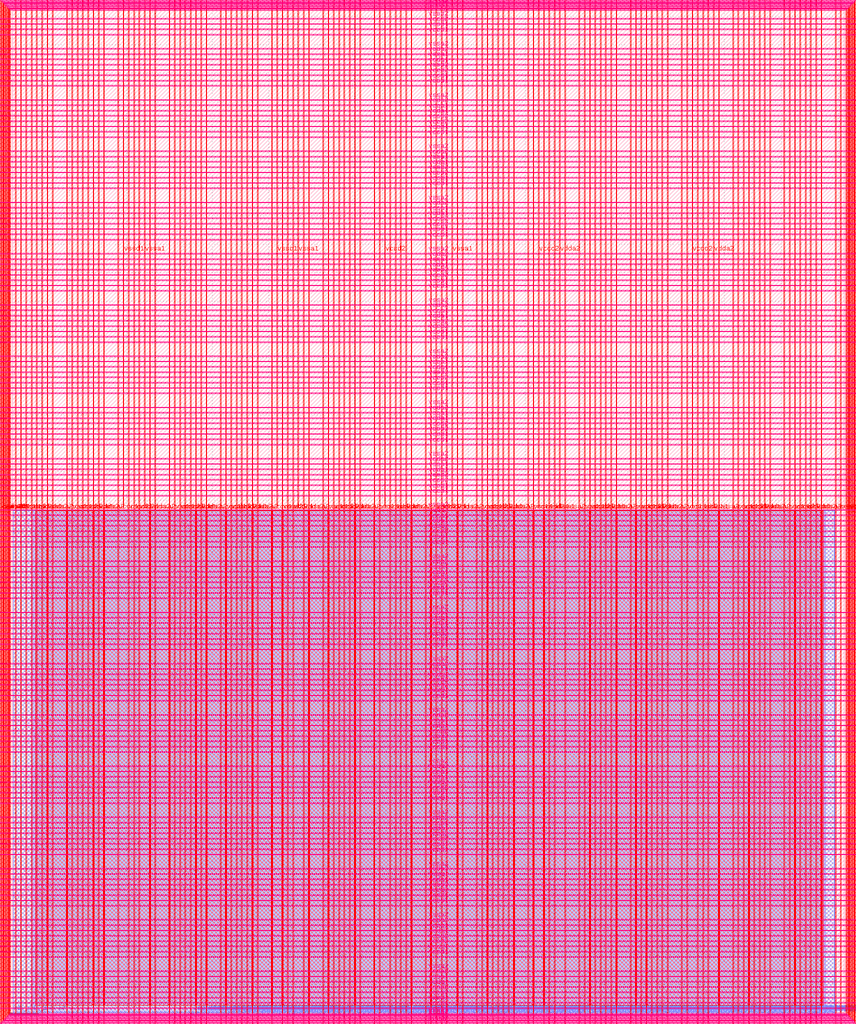
<source format=lef>
VERSION 5.7 ;
  NOWIREEXTENSIONATPIN ON ;
  DIVIDERCHAR "/" ;
  BUSBITCHARS "[]" ;
MACRO user_project_wrapper
  CLASS BLOCK ;
  FOREIGN user_project_wrapper ;
  ORIGIN 0.000 0.000 ;
  SIZE 2920.000 BY 3520.000 ;
  PIN la_data_in[0]
    DIRECTION INPUT ;
    USE SIGNAL ;
    PORT
      LAYER met2 ;
        RECT 629.230 -4.800 629.790 2.400 ;
    END
  END la_data_in[0]
  PIN la_data_in[100]
    DIRECTION INPUT ;
    USE SIGNAL ;
    PORT
      LAYER met2 ;
        RECT 2402.530 -4.800 2403.090 2.400 ;
    END
  END la_data_in[100]
  PIN la_data_in[101]
    DIRECTION INPUT ;
    USE SIGNAL ;
    PORT
      LAYER met2 ;
        RECT 2420.010 -4.800 2420.570 2.400 ;
    END
  END la_data_in[101]
  PIN la_data_in[102]
    DIRECTION INPUT ;
    USE SIGNAL ;
    PORT
      LAYER met2 ;
        RECT 2437.950 -4.800 2438.510 2.400 ;
    END
  END la_data_in[102]
  PIN la_data_in[103]
    DIRECTION INPUT ;
    USE SIGNAL ;
    PORT
      LAYER met2 ;
        RECT 2455.430 -4.800 2455.990 2.400 ;
    END
  END la_data_in[103]
  PIN la_data_in[104]
    DIRECTION INPUT ;
    USE SIGNAL ;
    PORT
      LAYER met2 ;
        RECT 2473.370 -4.800 2473.930 2.400 ;
    END
  END la_data_in[104]
  PIN la_data_in[105]
    DIRECTION INPUT ;
    USE SIGNAL ;
    PORT
      LAYER met2 ;
        RECT 2490.850 -4.800 2491.410 2.400 ;
    END
  END la_data_in[105]
  PIN la_data_in[106]
    DIRECTION INPUT ;
    USE SIGNAL ;
    PORT
      LAYER met2 ;
        RECT 2508.790 -4.800 2509.350 2.400 ;
    END
  END la_data_in[106]
  PIN la_data_in[107]
    DIRECTION INPUT ;
    USE SIGNAL ;
    PORT
      LAYER met2 ;
        RECT 2526.730 -4.800 2527.290 2.400 ;
    END
  END la_data_in[107]
  PIN la_data_in[108]
    DIRECTION INPUT ;
    USE SIGNAL ;
    PORT
      LAYER met2 ;
        RECT 2544.210 -4.800 2544.770 2.400 ;
    END
  END la_data_in[108]
  PIN la_data_in[109]
    DIRECTION INPUT ;
    USE SIGNAL ;
    PORT
      LAYER met2 ;
        RECT 2562.150 -4.800 2562.710 2.400 ;
    END
  END la_data_in[109]
  PIN la_data_in[10]
    DIRECTION INPUT ;
    USE SIGNAL ;
    PORT
      LAYER met2 ;
        RECT 806.330 -4.800 806.890 2.400 ;
    END
  END la_data_in[10]
  PIN la_data_in[110]
    DIRECTION INPUT ;
    USE SIGNAL ;
    PORT
      LAYER met2 ;
        RECT 2579.630 -4.800 2580.190 2.400 ;
    END
  END la_data_in[110]
  PIN la_data_in[111]
    DIRECTION INPUT ;
    USE SIGNAL ;
    PORT
      LAYER met2 ;
        RECT 2597.570 -4.800 2598.130 2.400 ;
    END
  END la_data_in[111]
  PIN la_data_in[112]
    DIRECTION INPUT ;
    USE SIGNAL ;
    PORT
      LAYER met2 ;
        RECT 2615.050 -4.800 2615.610 2.400 ;
    END
  END la_data_in[112]
  PIN la_data_in[113]
    DIRECTION INPUT ;
    USE SIGNAL ;
    PORT
      LAYER met2 ;
        RECT 2632.990 -4.800 2633.550 2.400 ;
    END
  END la_data_in[113]
  PIN la_data_in[114]
    DIRECTION INPUT ;
    USE SIGNAL ;
    PORT
      LAYER met2 ;
        RECT 2650.470 -4.800 2651.030 2.400 ;
    END
  END la_data_in[114]
  PIN la_data_in[115]
    DIRECTION INPUT ;
    USE SIGNAL ;
    PORT
      LAYER met2 ;
        RECT 2668.410 -4.800 2668.970 2.400 ;
    END
  END la_data_in[115]
  PIN la_data_in[116]
    DIRECTION INPUT ;
    USE SIGNAL ;
    PORT
      LAYER met2 ;
        RECT 2685.890 -4.800 2686.450 2.400 ;
    END
  END la_data_in[116]
  PIN la_data_in[117]
    DIRECTION INPUT ;
    USE SIGNAL ;
    PORT
      LAYER met2 ;
        RECT 2703.830 -4.800 2704.390 2.400 ;
    END
  END la_data_in[117]
  PIN la_data_in[118]
    DIRECTION INPUT ;
    USE SIGNAL ;
    PORT
      LAYER met2 ;
        RECT 2721.770 -4.800 2722.330 2.400 ;
    END
  END la_data_in[118]
  PIN la_data_in[119]
    DIRECTION INPUT ;
    USE SIGNAL ;
    PORT
      LAYER met2 ;
        RECT 2739.250 -4.800 2739.810 2.400 ;
    END
  END la_data_in[119]
  PIN la_data_in[11]
    DIRECTION INPUT ;
    USE SIGNAL ;
    PORT
      LAYER met2 ;
        RECT 824.270 -4.800 824.830 2.400 ;
    END
  END la_data_in[11]
  PIN la_data_in[120]
    DIRECTION INPUT ;
    USE SIGNAL ;
    PORT
      LAYER met2 ;
        RECT 2757.190 -4.800 2757.750 2.400 ;
    END
  END la_data_in[120]
  PIN la_data_in[121]
    DIRECTION INPUT ;
    USE SIGNAL ;
    PORT
      LAYER met2 ;
        RECT 2774.670 -4.800 2775.230 2.400 ;
    END
  END la_data_in[121]
  PIN la_data_in[122]
    DIRECTION INPUT ;
    USE SIGNAL ;
    PORT
      LAYER met2 ;
        RECT 2792.610 -4.800 2793.170 2.400 ;
    END
  END la_data_in[122]
  PIN la_data_in[123]
    DIRECTION INPUT ;
    USE SIGNAL ;
    PORT
      LAYER met2 ;
        RECT 2810.090 -4.800 2810.650 2.400 ;
    END
  END la_data_in[123]
  PIN la_data_in[124]
    DIRECTION INPUT ;
    USE SIGNAL ;
    PORT
      LAYER met2 ;
        RECT 2828.030 -4.800 2828.590 2.400 ;
    END
  END la_data_in[124]
  PIN la_data_in[125]
    DIRECTION INPUT ;
    USE SIGNAL ;
    PORT
      LAYER met2 ;
        RECT 2845.510 -4.800 2846.070 2.400 ;
    END
  END la_data_in[125]
  PIN la_data_in[126]
    DIRECTION INPUT ;
    USE SIGNAL ;
    PORT
      LAYER met2 ;
        RECT 2863.450 -4.800 2864.010 2.400 ;
    END
  END la_data_in[126]
  PIN la_data_in[127]
    DIRECTION INPUT ;
    USE SIGNAL ;
    PORT
      LAYER met2 ;
        RECT 2881.390 -4.800 2881.950 2.400 ;
    END
  END la_data_in[127]
  PIN la_data_in[12]
    DIRECTION INPUT ;
    USE SIGNAL ;
    PORT
      LAYER met2 ;
        RECT 841.750 -4.800 842.310 2.400 ;
    END
  END la_data_in[12]
  PIN la_data_in[13]
    DIRECTION INPUT ;
    USE SIGNAL ;
    PORT
      LAYER met2 ;
        RECT 859.690 -4.800 860.250 2.400 ;
    END
  END la_data_in[13]
  PIN la_data_in[14]
    DIRECTION INPUT ;
    USE SIGNAL ;
    PORT
      LAYER met2 ;
        RECT 877.170 -4.800 877.730 2.400 ;
    END
  END la_data_in[14]
  PIN la_data_in[15]
    DIRECTION INPUT ;
    USE SIGNAL ;
    PORT
      LAYER met2 ;
        RECT 895.110 -4.800 895.670 2.400 ;
    END
  END la_data_in[15]
  PIN la_data_in[16]
    DIRECTION INPUT ;
    USE SIGNAL ;
    PORT
      LAYER met2 ;
        RECT 912.590 -4.800 913.150 2.400 ;
    END
  END la_data_in[16]
  PIN la_data_in[17]
    DIRECTION INPUT ;
    USE SIGNAL ;
    PORT
      LAYER met2 ;
        RECT 930.530 -4.800 931.090 2.400 ;
    END
  END la_data_in[17]
  PIN la_data_in[18]
    DIRECTION INPUT ;
    USE SIGNAL ;
    PORT
      LAYER met2 ;
        RECT 948.470 -4.800 949.030 2.400 ;
    END
  END la_data_in[18]
  PIN la_data_in[19]
    DIRECTION INPUT ;
    USE SIGNAL ;
    PORT
      LAYER met2 ;
        RECT 965.950 -4.800 966.510 2.400 ;
    END
  END la_data_in[19]
  PIN la_data_in[1]
    DIRECTION INPUT ;
    USE SIGNAL ;
    PORT
      LAYER met2 ;
        RECT 646.710 -4.800 647.270 2.400 ;
    END
  END la_data_in[1]
  PIN la_data_in[20]
    DIRECTION INPUT ;
    USE SIGNAL ;
    PORT
      LAYER met2 ;
        RECT 983.890 -4.800 984.450 2.400 ;
    END
  END la_data_in[20]
  PIN la_data_in[21]
    DIRECTION INPUT ;
    USE SIGNAL ;
    PORT
      LAYER met2 ;
        RECT 1001.370 -4.800 1001.930 2.400 ;
    END
  END la_data_in[21]
  PIN la_data_in[22]
    DIRECTION INPUT ;
    USE SIGNAL ;
    PORT
      LAYER met2 ;
        RECT 1019.310 -4.800 1019.870 2.400 ;
    END
  END la_data_in[22]
  PIN la_data_in[23]
    DIRECTION INPUT ;
    USE SIGNAL ;
    PORT
      LAYER met2 ;
        RECT 1036.790 -4.800 1037.350 2.400 ;
    END
  END la_data_in[23]
  PIN la_data_in[24]
    DIRECTION INPUT ;
    USE SIGNAL ;
    PORT
      LAYER met2 ;
        RECT 1054.730 -4.800 1055.290 2.400 ;
    END
  END la_data_in[24]
  PIN la_data_in[25]
    DIRECTION INPUT ;
    USE SIGNAL ;
    PORT
      LAYER met2 ;
        RECT 1072.210 -4.800 1072.770 2.400 ;
    END
  END la_data_in[25]
  PIN la_data_in[26]
    DIRECTION INPUT ;
    USE SIGNAL ;
    PORT
      LAYER met2 ;
        RECT 1090.150 -4.800 1090.710 2.400 ;
    END
  END la_data_in[26]
  PIN la_data_in[27]
    DIRECTION INPUT ;
    USE SIGNAL ;
    PORT
      LAYER met2 ;
        RECT 1107.630 -4.800 1108.190 2.400 ;
    END
  END la_data_in[27]
  PIN la_data_in[28]
    DIRECTION INPUT ;
    USE SIGNAL ;
    PORT
      LAYER met2 ;
        RECT 1125.570 -4.800 1126.130 2.400 ;
    END
  END la_data_in[28]
  PIN la_data_in[29]
    DIRECTION INPUT ;
    USE SIGNAL ;
    PORT
      LAYER met2 ;
        RECT 1143.510 -4.800 1144.070 2.400 ;
    END
  END la_data_in[29]
  PIN la_data_in[2]
    DIRECTION INPUT ;
    USE SIGNAL ;
    PORT
      LAYER met2 ;
        RECT 664.650 -4.800 665.210 2.400 ;
    END
  END la_data_in[2]
  PIN la_data_in[30]
    DIRECTION INPUT ;
    USE SIGNAL ;
    PORT
      LAYER met2 ;
        RECT 1160.990 -4.800 1161.550 2.400 ;
    END
  END la_data_in[30]
  PIN la_data_in[31]
    DIRECTION INPUT ;
    USE SIGNAL ;
    PORT
      LAYER met2 ;
        RECT 1178.930 -4.800 1179.490 2.400 ;
    END
  END la_data_in[31]
  PIN la_data_in[32]
    DIRECTION INPUT ;
    USE SIGNAL ;
    PORT
      LAYER met2 ;
        RECT 1196.410 -4.800 1196.970 2.400 ;
    END
  END la_data_in[32]
  PIN la_data_in[33]
    DIRECTION INPUT ;
    USE SIGNAL ;
    PORT
      LAYER met2 ;
        RECT 1214.350 -4.800 1214.910 2.400 ;
    END
  END la_data_in[33]
  PIN la_data_in[34]
    DIRECTION INPUT ;
    USE SIGNAL ;
    PORT
      LAYER met2 ;
        RECT 1231.830 -4.800 1232.390 2.400 ;
    END
  END la_data_in[34]
  PIN la_data_in[35]
    DIRECTION INPUT ;
    USE SIGNAL ;
    PORT
      LAYER met2 ;
        RECT 1249.770 -4.800 1250.330 2.400 ;
    END
  END la_data_in[35]
  PIN la_data_in[36]
    DIRECTION INPUT ;
    USE SIGNAL ;
    PORT
      LAYER met2 ;
        RECT 1267.250 -4.800 1267.810 2.400 ;
    END
  END la_data_in[36]
  PIN la_data_in[37]
    DIRECTION INPUT ;
    USE SIGNAL ;
    PORT
      LAYER met2 ;
        RECT 1285.190 -4.800 1285.750 2.400 ;
    END
  END la_data_in[37]
  PIN la_data_in[38]
    DIRECTION INPUT ;
    USE SIGNAL ;
    PORT
      LAYER met2 ;
        RECT 1303.130 -4.800 1303.690 2.400 ;
    END
  END la_data_in[38]
  PIN la_data_in[39]
    DIRECTION INPUT ;
    USE SIGNAL ;
    PORT
      LAYER met2 ;
        RECT 1320.610 -4.800 1321.170 2.400 ;
    END
  END la_data_in[39]
  PIN la_data_in[3]
    DIRECTION INPUT ;
    USE SIGNAL ;
    PORT
      LAYER met2 ;
        RECT 682.130 -4.800 682.690 2.400 ;
    END
  END la_data_in[3]
  PIN la_data_in[40]
    DIRECTION INPUT ;
    USE SIGNAL ;
    PORT
      LAYER met2 ;
        RECT 1338.550 -4.800 1339.110 2.400 ;
    END
  END la_data_in[40]
  PIN la_data_in[41]
    DIRECTION INPUT ;
    USE SIGNAL ;
    PORT
      LAYER met2 ;
        RECT 1356.030 -4.800 1356.590 2.400 ;
    END
  END la_data_in[41]
  PIN la_data_in[42]
    DIRECTION INPUT ;
    USE SIGNAL ;
    PORT
      LAYER met2 ;
        RECT 1373.970 -4.800 1374.530 2.400 ;
    END
  END la_data_in[42]
  PIN la_data_in[43]
    DIRECTION INPUT ;
    USE SIGNAL ;
    PORT
      LAYER met2 ;
        RECT 1391.450 -4.800 1392.010 2.400 ;
    END
  END la_data_in[43]
  PIN la_data_in[44]
    DIRECTION INPUT ;
    USE SIGNAL ;
    PORT
      LAYER met2 ;
        RECT 1409.390 -4.800 1409.950 2.400 ;
    END
  END la_data_in[44]
  PIN la_data_in[45]
    DIRECTION INPUT ;
    USE SIGNAL ;
    PORT
      LAYER met2 ;
        RECT 1426.870 -4.800 1427.430 2.400 ;
    END
  END la_data_in[45]
  PIN la_data_in[46]
    DIRECTION INPUT ;
    USE SIGNAL ;
    PORT
      LAYER met2 ;
        RECT 1444.810 -4.800 1445.370 2.400 ;
    END
  END la_data_in[46]
  PIN la_data_in[47]
    DIRECTION INPUT ;
    USE SIGNAL ;
    PORT
      LAYER met2 ;
        RECT 1462.750 -4.800 1463.310 2.400 ;
    END
  END la_data_in[47]
  PIN la_data_in[48]
    DIRECTION INPUT ;
    USE SIGNAL ;
    PORT
      LAYER met2 ;
        RECT 1480.230 -4.800 1480.790 2.400 ;
    END
  END la_data_in[48]
  PIN la_data_in[49]
    DIRECTION INPUT ;
    USE SIGNAL ;
    PORT
      LAYER met2 ;
        RECT 1498.170 -4.800 1498.730 2.400 ;
    END
  END la_data_in[49]
  PIN la_data_in[4]
    DIRECTION INPUT ;
    USE SIGNAL ;
    PORT
      LAYER met2 ;
        RECT 700.070 -4.800 700.630 2.400 ;
    END
  END la_data_in[4]
  PIN la_data_in[50]
    DIRECTION INPUT ;
    USE SIGNAL ;
    PORT
      LAYER met2 ;
        RECT 1515.650 -4.800 1516.210 2.400 ;
    END
  END la_data_in[50]
  PIN la_data_in[51]
    DIRECTION INPUT ;
    USE SIGNAL ;
    PORT
      LAYER met2 ;
        RECT 1533.590 -4.800 1534.150 2.400 ;
    END
  END la_data_in[51]
  PIN la_data_in[52]
    DIRECTION INPUT ;
    USE SIGNAL ;
    PORT
      LAYER met2 ;
        RECT 1551.070 -4.800 1551.630 2.400 ;
    END
  END la_data_in[52]
  PIN la_data_in[53]
    DIRECTION INPUT ;
    USE SIGNAL ;
    PORT
      LAYER met2 ;
        RECT 1569.010 -4.800 1569.570 2.400 ;
    END
  END la_data_in[53]
  PIN la_data_in[54]
    DIRECTION INPUT ;
    USE SIGNAL ;
    PORT
      LAYER met2 ;
        RECT 1586.490 -4.800 1587.050 2.400 ;
    END
  END la_data_in[54]
  PIN la_data_in[55]
    DIRECTION INPUT ;
    USE SIGNAL ;
    PORT
      LAYER met2 ;
        RECT 1604.430 -4.800 1604.990 2.400 ;
    END
  END la_data_in[55]
  PIN la_data_in[56]
    DIRECTION INPUT ;
    USE SIGNAL ;
    PORT
      LAYER met2 ;
        RECT 1621.910 -4.800 1622.470 2.400 ;
    END
  END la_data_in[56]
  PIN la_data_in[57]
    DIRECTION INPUT ;
    USE SIGNAL ;
    PORT
      LAYER met2 ;
        RECT 1639.850 -4.800 1640.410 2.400 ;
    END
  END la_data_in[57]
  PIN la_data_in[58]
    DIRECTION INPUT ;
    USE SIGNAL ;
    PORT
      LAYER met2 ;
        RECT 1657.790 -4.800 1658.350 2.400 ;
    END
  END la_data_in[58]
  PIN la_data_in[59]
    DIRECTION INPUT ;
    USE SIGNAL ;
    PORT
      LAYER met2 ;
        RECT 1675.270 -4.800 1675.830 2.400 ;
    END
  END la_data_in[59]
  PIN la_data_in[5]
    DIRECTION INPUT ;
    USE SIGNAL ;
    PORT
      LAYER met2 ;
        RECT 717.550 -4.800 718.110 2.400 ;
    END
  END la_data_in[5]
  PIN la_data_in[60]
    DIRECTION INPUT ;
    USE SIGNAL ;
    PORT
      LAYER met2 ;
        RECT 1693.210 -4.800 1693.770 2.400 ;
    END
  END la_data_in[60]
  PIN la_data_in[61]
    DIRECTION INPUT ;
    USE SIGNAL ;
    PORT
      LAYER met2 ;
        RECT 1710.690 -4.800 1711.250 2.400 ;
    END
  END la_data_in[61]
  PIN la_data_in[62]
    DIRECTION INPUT ;
    USE SIGNAL ;
    PORT
      LAYER met2 ;
        RECT 1728.630 -4.800 1729.190 2.400 ;
    END
  END la_data_in[62]
  PIN la_data_in[63]
    DIRECTION INPUT ;
    USE SIGNAL ;
    PORT
      LAYER met2 ;
        RECT 1746.110 -4.800 1746.670 2.400 ;
    END
  END la_data_in[63]
  PIN la_data_in[64]
    DIRECTION INPUT ;
    USE SIGNAL ;
    PORT
      LAYER met2 ;
        RECT 1764.050 -4.800 1764.610 2.400 ;
    END
  END la_data_in[64]
  PIN la_data_in[65]
    DIRECTION INPUT ;
    USE SIGNAL ;
    PORT
      LAYER met2 ;
        RECT 1781.530 -4.800 1782.090 2.400 ;
    END
  END la_data_in[65]
  PIN la_data_in[66]
    DIRECTION INPUT ;
    USE SIGNAL ;
    PORT
      LAYER met2 ;
        RECT 1799.470 -4.800 1800.030 2.400 ;
    END
  END la_data_in[66]
  PIN la_data_in[67]
    DIRECTION INPUT ;
    USE SIGNAL ;
    PORT
      LAYER met2 ;
        RECT 1817.410 -4.800 1817.970 2.400 ;
    END
  END la_data_in[67]
  PIN la_data_in[68]
    DIRECTION INPUT ;
    USE SIGNAL ;
    PORT
      LAYER met2 ;
        RECT 1834.890 -4.800 1835.450 2.400 ;
    END
  END la_data_in[68]
  PIN la_data_in[69]
    DIRECTION INPUT ;
    USE SIGNAL ;
    PORT
      LAYER met2 ;
        RECT 1852.830 -4.800 1853.390 2.400 ;
    END
  END la_data_in[69]
  PIN la_data_in[6]
    DIRECTION INPUT ;
    USE SIGNAL ;
    PORT
      LAYER met2 ;
        RECT 735.490 -4.800 736.050 2.400 ;
    END
  END la_data_in[6]
  PIN la_data_in[70]
    DIRECTION INPUT ;
    USE SIGNAL ;
    PORT
      LAYER met2 ;
        RECT 1870.310 -4.800 1870.870 2.400 ;
    END
  END la_data_in[70]
  PIN la_data_in[71]
    DIRECTION INPUT ;
    USE SIGNAL ;
    PORT
      LAYER met2 ;
        RECT 1888.250 -4.800 1888.810 2.400 ;
    END
  END la_data_in[71]
  PIN la_data_in[72]
    DIRECTION INPUT ;
    USE SIGNAL ;
    PORT
      LAYER met2 ;
        RECT 1905.730 -4.800 1906.290 2.400 ;
    END
  END la_data_in[72]
  PIN la_data_in[73]
    DIRECTION INPUT ;
    USE SIGNAL ;
    PORT
      LAYER met2 ;
        RECT 1923.670 -4.800 1924.230 2.400 ;
    END
  END la_data_in[73]
  PIN la_data_in[74]
    DIRECTION INPUT ;
    USE SIGNAL ;
    PORT
      LAYER met2 ;
        RECT 1941.150 -4.800 1941.710 2.400 ;
    END
  END la_data_in[74]
  PIN la_data_in[75]
    DIRECTION INPUT ;
    USE SIGNAL ;
    PORT
      LAYER met2 ;
        RECT 1959.090 -4.800 1959.650 2.400 ;
    END
  END la_data_in[75]
  PIN la_data_in[76]
    DIRECTION INPUT ;
    USE SIGNAL ;
    PORT
      LAYER met2 ;
        RECT 1976.570 -4.800 1977.130 2.400 ;
    END
  END la_data_in[76]
  PIN la_data_in[77]
    DIRECTION INPUT ;
    USE SIGNAL ;
    PORT
      LAYER met2 ;
        RECT 1994.510 -4.800 1995.070 2.400 ;
    END
  END la_data_in[77]
  PIN la_data_in[78]
    DIRECTION INPUT ;
    USE SIGNAL ;
    PORT
      LAYER met2 ;
        RECT 2012.450 -4.800 2013.010 2.400 ;
    END
  END la_data_in[78]
  PIN la_data_in[79]
    DIRECTION INPUT ;
    USE SIGNAL ;
    PORT
      LAYER met2 ;
        RECT 2029.930 -4.800 2030.490 2.400 ;
    END
  END la_data_in[79]
  PIN la_data_in[7]
    DIRECTION INPUT ;
    USE SIGNAL ;
    PORT
      LAYER met2 ;
        RECT 752.970 -4.800 753.530 2.400 ;
    END
  END la_data_in[7]
  PIN la_data_in[80]
    DIRECTION INPUT ;
    USE SIGNAL ;
    PORT
      LAYER met2 ;
        RECT 2047.870 -4.800 2048.430 2.400 ;
    END
  END la_data_in[80]
  PIN la_data_in[81]
    DIRECTION INPUT ;
    USE SIGNAL ;
    PORT
      LAYER met2 ;
        RECT 2065.350 -4.800 2065.910 2.400 ;
    END
  END la_data_in[81]
  PIN la_data_in[82]
    DIRECTION INPUT ;
    USE SIGNAL ;
    PORT
      LAYER met2 ;
        RECT 2083.290 -4.800 2083.850 2.400 ;
    END
  END la_data_in[82]
  PIN la_data_in[83]
    DIRECTION INPUT ;
    USE SIGNAL ;
    PORT
      LAYER met2 ;
        RECT 2100.770 -4.800 2101.330 2.400 ;
    END
  END la_data_in[83]
  PIN la_data_in[84]
    DIRECTION INPUT ;
    USE SIGNAL ;
    PORT
      LAYER met2 ;
        RECT 2118.710 -4.800 2119.270 2.400 ;
    END
  END la_data_in[84]
  PIN la_data_in[85]
    DIRECTION INPUT ;
    USE SIGNAL ;
    PORT
      LAYER met2 ;
        RECT 2136.190 -4.800 2136.750 2.400 ;
    END
  END la_data_in[85]
  PIN la_data_in[86]
    DIRECTION INPUT ;
    USE SIGNAL ;
    PORT
      LAYER met2 ;
        RECT 2154.130 -4.800 2154.690 2.400 ;
    END
  END la_data_in[86]
  PIN la_data_in[87]
    DIRECTION INPUT ;
    USE SIGNAL ;
    PORT
      LAYER met2 ;
        RECT 2172.070 -4.800 2172.630 2.400 ;
    END
  END la_data_in[87]
  PIN la_data_in[88]
    DIRECTION INPUT ;
    USE SIGNAL ;
    PORT
      LAYER met2 ;
        RECT 2189.550 -4.800 2190.110 2.400 ;
    END
  END la_data_in[88]
  PIN la_data_in[89]
    DIRECTION INPUT ;
    USE SIGNAL ;
    PORT
      LAYER met2 ;
        RECT 2207.490 -4.800 2208.050 2.400 ;
    END
  END la_data_in[89]
  PIN la_data_in[8]
    DIRECTION INPUT ;
    USE SIGNAL ;
    PORT
      LAYER met2 ;
        RECT 770.910 -4.800 771.470 2.400 ;
    END
  END la_data_in[8]
  PIN la_data_in[90]
    DIRECTION INPUT ;
    USE SIGNAL ;
    PORT
      LAYER met2 ;
        RECT 2224.970 -4.800 2225.530 2.400 ;
    END
  END la_data_in[90]
  PIN la_data_in[91]
    DIRECTION INPUT ;
    USE SIGNAL ;
    PORT
      LAYER met2 ;
        RECT 2242.910 -4.800 2243.470 2.400 ;
    END
  END la_data_in[91]
  PIN la_data_in[92]
    DIRECTION INPUT ;
    USE SIGNAL ;
    PORT
      LAYER met2 ;
        RECT 2260.390 -4.800 2260.950 2.400 ;
    END
  END la_data_in[92]
  PIN la_data_in[93]
    DIRECTION INPUT ;
    USE SIGNAL ;
    PORT
      LAYER met2 ;
        RECT 2278.330 -4.800 2278.890 2.400 ;
    END
  END la_data_in[93]
  PIN la_data_in[94]
    DIRECTION INPUT ;
    USE SIGNAL ;
    PORT
      LAYER met2 ;
        RECT 2295.810 -4.800 2296.370 2.400 ;
    END
  END la_data_in[94]
  PIN la_data_in[95]
    DIRECTION INPUT ;
    USE SIGNAL ;
    PORT
      LAYER met2 ;
        RECT 2313.750 -4.800 2314.310 2.400 ;
    END
  END la_data_in[95]
  PIN la_data_in[96]
    DIRECTION INPUT ;
    USE SIGNAL ;
    PORT
      LAYER met2 ;
        RECT 2331.230 -4.800 2331.790 2.400 ;
    END
  END la_data_in[96]
  PIN la_data_in[97]
    DIRECTION INPUT ;
    USE SIGNAL ;
    PORT
      LAYER met2 ;
        RECT 2349.170 -4.800 2349.730 2.400 ;
    END
  END la_data_in[97]
  PIN la_data_in[98]
    DIRECTION INPUT ;
    USE SIGNAL ;
    PORT
      LAYER met2 ;
        RECT 2367.110 -4.800 2367.670 2.400 ;
    END
  END la_data_in[98]
  PIN la_data_in[99]
    DIRECTION INPUT ;
    USE SIGNAL ;
    PORT
      LAYER met2 ;
        RECT 2384.590 -4.800 2385.150 2.400 ;
    END
  END la_data_in[99]
  PIN la_data_in[9]
    DIRECTION INPUT ;
    USE SIGNAL ;
    PORT
      LAYER met2 ;
        RECT 788.850 -4.800 789.410 2.400 ;
    END
  END la_data_in[9]
  PIN la_data_out[0]
    DIRECTION OUTPUT TRISTATE ;
    USE SIGNAL ;
    PORT
      LAYER met2 ;
        RECT 634.750 -4.800 635.310 2.400 ;
    END
  END la_data_out[0]
  PIN la_data_out[100]
    DIRECTION OUTPUT TRISTATE ;
    USE SIGNAL ;
    PORT
      LAYER met2 ;
        RECT 2408.510 -4.800 2409.070 2.400 ;
    END
  END la_data_out[100]
  PIN la_data_out[101]
    DIRECTION OUTPUT TRISTATE ;
    USE SIGNAL ;
    PORT
      LAYER met2 ;
        RECT 2425.990 -4.800 2426.550 2.400 ;
    END
  END la_data_out[101]
  PIN la_data_out[102]
    DIRECTION OUTPUT TRISTATE ;
    USE SIGNAL ;
    PORT
      LAYER met2 ;
        RECT 2443.930 -4.800 2444.490 2.400 ;
    END
  END la_data_out[102]
  PIN la_data_out[103]
    DIRECTION OUTPUT TRISTATE ;
    USE SIGNAL ;
    PORT
      LAYER met2 ;
        RECT 2461.410 -4.800 2461.970 2.400 ;
    END
  END la_data_out[103]
  PIN la_data_out[104]
    DIRECTION OUTPUT TRISTATE ;
    USE SIGNAL ;
    PORT
      LAYER met2 ;
        RECT 2479.350 -4.800 2479.910 2.400 ;
    END
  END la_data_out[104]
  PIN la_data_out[105]
    DIRECTION OUTPUT TRISTATE ;
    USE SIGNAL ;
    PORT
      LAYER met2 ;
        RECT 2496.830 -4.800 2497.390 2.400 ;
    END
  END la_data_out[105]
  PIN la_data_out[106]
    DIRECTION OUTPUT TRISTATE ;
    USE SIGNAL ;
    PORT
      LAYER met2 ;
        RECT 2514.770 -4.800 2515.330 2.400 ;
    END
  END la_data_out[106]
  PIN la_data_out[107]
    DIRECTION OUTPUT TRISTATE ;
    USE SIGNAL ;
    PORT
      LAYER met2 ;
        RECT 2532.250 -4.800 2532.810 2.400 ;
    END
  END la_data_out[107]
  PIN la_data_out[108]
    DIRECTION OUTPUT TRISTATE ;
    USE SIGNAL ;
    PORT
      LAYER met2 ;
        RECT 2550.190 -4.800 2550.750 2.400 ;
    END
  END la_data_out[108]
  PIN la_data_out[109]
    DIRECTION OUTPUT TRISTATE ;
    USE SIGNAL ;
    PORT
      LAYER met2 ;
        RECT 2567.670 -4.800 2568.230 2.400 ;
    END
  END la_data_out[109]
  PIN la_data_out[10]
    DIRECTION OUTPUT TRISTATE ;
    USE SIGNAL ;
    PORT
      LAYER met2 ;
        RECT 812.310 -4.800 812.870 2.400 ;
    END
  END la_data_out[10]
  PIN la_data_out[110]
    DIRECTION OUTPUT TRISTATE ;
    USE SIGNAL ;
    PORT
      LAYER met2 ;
        RECT 2585.610 -4.800 2586.170 2.400 ;
    END
  END la_data_out[110]
  PIN la_data_out[111]
    DIRECTION OUTPUT TRISTATE ;
    USE SIGNAL ;
    PORT
      LAYER met2 ;
        RECT 2603.550 -4.800 2604.110 2.400 ;
    END
  END la_data_out[111]
  PIN la_data_out[112]
    DIRECTION OUTPUT TRISTATE ;
    USE SIGNAL ;
    PORT
      LAYER met2 ;
        RECT 2621.030 -4.800 2621.590 2.400 ;
    END
  END la_data_out[112]
  PIN la_data_out[113]
    DIRECTION OUTPUT TRISTATE ;
    USE SIGNAL ;
    PORT
      LAYER met2 ;
        RECT 2638.970 -4.800 2639.530 2.400 ;
    END
  END la_data_out[113]
  PIN la_data_out[114]
    DIRECTION OUTPUT TRISTATE ;
    USE SIGNAL ;
    PORT
      LAYER met2 ;
        RECT 2656.450 -4.800 2657.010 2.400 ;
    END
  END la_data_out[114]
  PIN la_data_out[115]
    DIRECTION OUTPUT TRISTATE ;
    USE SIGNAL ;
    PORT
      LAYER met2 ;
        RECT 2674.390 -4.800 2674.950 2.400 ;
    END
  END la_data_out[115]
  PIN la_data_out[116]
    DIRECTION OUTPUT TRISTATE ;
    USE SIGNAL ;
    PORT
      LAYER met2 ;
        RECT 2691.870 -4.800 2692.430 2.400 ;
    END
  END la_data_out[116]
  PIN la_data_out[117]
    DIRECTION OUTPUT TRISTATE ;
    USE SIGNAL ;
    PORT
      LAYER met2 ;
        RECT 2709.810 -4.800 2710.370 2.400 ;
    END
  END la_data_out[117]
  PIN la_data_out[118]
    DIRECTION OUTPUT TRISTATE ;
    USE SIGNAL ;
    PORT
      LAYER met2 ;
        RECT 2727.290 -4.800 2727.850 2.400 ;
    END
  END la_data_out[118]
  PIN la_data_out[119]
    DIRECTION OUTPUT TRISTATE ;
    USE SIGNAL ;
    PORT
      LAYER met2 ;
        RECT 2745.230 -4.800 2745.790 2.400 ;
    END
  END la_data_out[119]
  PIN la_data_out[11]
    DIRECTION OUTPUT TRISTATE ;
    USE SIGNAL ;
    PORT
      LAYER met2 ;
        RECT 830.250 -4.800 830.810 2.400 ;
    END
  END la_data_out[11]
  PIN la_data_out[120]
    DIRECTION OUTPUT TRISTATE ;
    USE SIGNAL ;
    PORT
      LAYER met2 ;
        RECT 2763.170 -4.800 2763.730 2.400 ;
    END
  END la_data_out[120]
  PIN la_data_out[121]
    DIRECTION OUTPUT TRISTATE ;
    USE SIGNAL ;
    PORT
      LAYER met2 ;
        RECT 2780.650 -4.800 2781.210 2.400 ;
    END
  END la_data_out[121]
  PIN la_data_out[122]
    DIRECTION OUTPUT TRISTATE ;
    USE SIGNAL ;
    PORT
      LAYER met2 ;
        RECT 2798.590 -4.800 2799.150 2.400 ;
    END
  END la_data_out[122]
  PIN la_data_out[123]
    DIRECTION OUTPUT TRISTATE ;
    USE SIGNAL ;
    PORT
      LAYER met2 ;
        RECT 2816.070 -4.800 2816.630 2.400 ;
    END
  END la_data_out[123]
  PIN la_data_out[124]
    DIRECTION OUTPUT TRISTATE ;
    USE SIGNAL ;
    PORT
      LAYER met2 ;
        RECT 2834.010 -4.800 2834.570 2.400 ;
    END
  END la_data_out[124]
  PIN la_data_out[125]
    DIRECTION OUTPUT TRISTATE ;
    USE SIGNAL ;
    PORT
      LAYER met2 ;
        RECT 2851.490 -4.800 2852.050 2.400 ;
    END
  END la_data_out[125]
  PIN la_data_out[126]
    DIRECTION OUTPUT TRISTATE ;
    USE SIGNAL ;
    PORT
      LAYER met2 ;
        RECT 2869.430 -4.800 2869.990 2.400 ;
    END
  END la_data_out[126]
  PIN la_data_out[127]
    DIRECTION OUTPUT TRISTATE ;
    USE SIGNAL ;
    PORT
      LAYER met2 ;
        RECT 2886.910 -4.800 2887.470 2.400 ;
    END
  END la_data_out[127]
  PIN la_data_out[12]
    DIRECTION OUTPUT TRISTATE ;
    USE SIGNAL ;
    PORT
      LAYER met2 ;
        RECT 847.730 -4.800 848.290 2.400 ;
    END
  END la_data_out[12]
  PIN la_data_out[13]
    DIRECTION OUTPUT TRISTATE ;
    USE SIGNAL ;
    PORT
      LAYER met2 ;
        RECT 865.670 -4.800 866.230 2.400 ;
    END
  END la_data_out[13]
  PIN la_data_out[14]
    DIRECTION OUTPUT TRISTATE ;
    USE SIGNAL ;
    PORT
      LAYER met2 ;
        RECT 883.150 -4.800 883.710 2.400 ;
    END
  END la_data_out[14]
  PIN la_data_out[15]
    DIRECTION OUTPUT TRISTATE ;
    USE SIGNAL ;
    PORT
      LAYER met2 ;
        RECT 901.090 -4.800 901.650 2.400 ;
    END
  END la_data_out[15]
  PIN la_data_out[16]
    DIRECTION OUTPUT TRISTATE ;
    USE SIGNAL ;
    PORT
      LAYER met2 ;
        RECT 918.570 -4.800 919.130 2.400 ;
    END
  END la_data_out[16]
  PIN la_data_out[17]
    DIRECTION OUTPUT TRISTATE ;
    USE SIGNAL ;
    PORT
      LAYER met2 ;
        RECT 936.510 -4.800 937.070 2.400 ;
    END
  END la_data_out[17]
  PIN la_data_out[18]
    DIRECTION OUTPUT TRISTATE ;
    USE SIGNAL ;
    PORT
      LAYER met2 ;
        RECT 953.990 -4.800 954.550 2.400 ;
    END
  END la_data_out[18]
  PIN la_data_out[19]
    DIRECTION OUTPUT TRISTATE ;
    USE SIGNAL ;
    PORT
      LAYER met2 ;
        RECT 971.930 -4.800 972.490 2.400 ;
    END
  END la_data_out[19]
  PIN la_data_out[1]
    DIRECTION OUTPUT TRISTATE ;
    USE SIGNAL ;
    PORT
      LAYER met2 ;
        RECT 652.690 -4.800 653.250 2.400 ;
    END
  END la_data_out[1]
  PIN la_data_out[20]
    DIRECTION OUTPUT TRISTATE ;
    USE SIGNAL ;
    PORT
      LAYER met2 ;
        RECT 989.410 -4.800 989.970 2.400 ;
    END
  END la_data_out[20]
  PIN la_data_out[21]
    DIRECTION OUTPUT TRISTATE ;
    USE SIGNAL ;
    PORT
      LAYER met2 ;
        RECT 1007.350 -4.800 1007.910 2.400 ;
    END
  END la_data_out[21]
  PIN la_data_out[22]
    DIRECTION OUTPUT TRISTATE ;
    USE SIGNAL ;
    PORT
      LAYER met2 ;
        RECT 1025.290 -4.800 1025.850 2.400 ;
    END
  END la_data_out[22]
  PIN la_data_out[23]
    DIRECTION OUTPUT TRISTATE ;
    USE SIGNAL ;
    PORT
      LAYER met2 ;
        RECT 1042.770 -4.800 1043.330 2.400 ;
    END
  END la_data_out[23]
  PIN la_data_out[24]
    DIRECTION OUTPUT TRISTATE ;
    USE SIGNAL ;
    PORT
      LAYER met2 ;
        RECT 1060.710 -4.800 1061.270 2.400 ;
    END
  END la_data_out[24]
  PIN la_data_out[25]
    DIRECTION OUTPUT TRISTATE ;
    USE SIGNAL ;
    PORT
      LAYER met2 ;
        RECT 1078.190 -4.800 1078.750 2.400 ;
    END
  END la_data_out[25]
  PIN la_data_out[26]
    DIRECTION OUTPUT TRISTATE ;
    USE SIGNAL ;
    PORT
      LAYER met2 ;
        RECT 1096.130 -4.800 1096.690 2.400 ;
    END
  END la_data_out[26]
  PIN la_data_out[27]
    DIRECTION OUTPUT TRISTATE ;
    USE SIGNAL ;
    PORT
      LAYER met2 ;
        RECT 1113.610 -4.800 1114.170 2.400 ;
    END
  END la_data_out[27]
  PIN la_data_out[28]
    DIRECTION OUTPUT TRISTATE ;
    USE SIGNAL ;
    PORT
      LAYER met2 ;
        RECT 1131.550 -4.800 1132.110 2.400 ;
    END
  END la_data_out[28]
  PIN la_data_out[29]
    DIRECTION OUTPUT TRISTATE ;
    USE SIGNAL ;
    PORT
      LAYER met2 ;
        RECT 1149.030 -4.800 1149.590 2.400 ;
    END
  END la_data_out[29]
  PIN la_data_out[2]
    DIRECTION OUTPUT TRISTATE ;
    USE SIGNAL ;
    PORT
      LAYER met2 ;
        RECT 670.630 -4.800 671.190 2.400 ;
    END
  END la_data_out[2]
  PIN la_data_out[30]
    DIRECTION OUTPUT TRISTATE ;
    USE SIGNAL ;
    PORT
      LAYER met2 ;
        RECT 1166.970 -4.800 1167.530 2.400 ;
    END
  END la_data_out[30]
  PIN la_data_out[31]
    DIRECTION OUTPUT TRISTATE ;
    USE SIGNAL ;
    PORT
      LAYER met2 ;
        RECT 1184.910 -4.800 1185.470 2.400 ;
    END
  END la_data_out[31]
  PIN la_data_out[32]
    DIRECTION OUTPUT TRISTATE ;
    USE SIGNAL ;
    PORT
      LAYER met2 ;
        RECT 1202.390 -4.800 1202.950 2.400 ;
    END
  END la_data_out[32]
  PIN la_data_out[33]
    DIRECTION OUTPUT TRISTATE ;
    USE SIGNAL ;
    PORT
      LAYER met2 ;
        RECT 1220.330 -4.800 1220.890 2.400 ;
    END
  END la_data_out[33]
  PIN la_data_out[34]
    DIRECTION OUTPUT TRISTATE ;
    USE SIGNAL ;
    PORT
      LAYER met2 ;
        RECT 1237.810 -4.800 1238.370 2.400 ;
    END
  END la_data_out[34]
  PIN la_data_out[35]
    DIRECTION OUTPUT TRISTATE ;
    USE SIGNAL ;
    PORT
      LAYER met2 ;
        RECT 1255.750 -4.800 1256.310 2.400 ;
    END
  END la_data_out[35]
  PIN la_data_out[36]
    DIRECTION OUTPUT TRISTATE ;
    USE SIGNAL ;
    PORT
      LAYER met2 ;
        RECT 1273.230 -4.800 1273.790 2.400 ;
    END
  END la_data_out[36]
  PIN la_data_out[37]
    DIRECTION OUTPUT TRISTATE ;
    USE SIGNAL ;
    PORT
      LAYER met2 ;
        RECT 1291.170 -4.800 1291.730 2.400 ;
    END
  END la_data_out[37]
  PIN la_data_out[38]
    DIRECTION OUTPUT TRISTATE ;
    USE SIGNAL ;
    PORT
      LAYER met2 ;
        RECT 1308.650 -4.800 1309.210 2.400 ;
    END
  END la_data_out[38]
  PIN la_data_out[39]
    DIRECTION OUTPUT TRISTATE ;
    USE SIGNAL ;
    PORT
      LAYER met2 ;
        RECT 1326.590 -4.800 1327.150 2.400 ;
    END
  END la_data_out[39]
  PIN la_data_out[3]
    DIRECTION OUTPUT TRISTATE ;
    USE SIGNAL ;
    PORT
      LAYER met2 ;
        RECT 688.110 -4.800 688.670 2.400 ;
    END
  END la_data_out[3]
  PIN la_data_out[40]
    DIRECTION OUTPUT TRISTATE ;
    USE SIGNAL ;
    PORT
      LAYER met2 ;
        RECT 1344.070 -4.800 1344.630 2.400 ;
    END
  END la_data_out[40]
  PIN la_data_out[41]
    DIRECTION OUTPUT TRISTATE ;
    USE SIGNAL ;
    PORT
      LAYER met2 ;
        RECT 1362.010 -4.800 1362.570 2.400 ;
    END
  END la_data_out[41]
  PIN la_data_out[42]
    DIRECTION OUTPUT TRISTATE ;
    USE SIGNAL ;
    PORT
      LAYER met2 ;
        RECT 1379.950 -4.800 1380.510 2.400 ;
    END
  END la_data_out[42]
  PIN la_data_out[43]
    DIRECTION OUTPUT TRISTATE ;
    USE SIGNAL ;
    PORT
      LAYER met2 ;
        RECT 1397.430 -4.800 1397.990 2.400 ;
    END
  END la_data_out[43]
  PIN la_data_out[44]
    DIRECTION OUTPUT TRISTATE ;
    USE SIGNAL ;
    PORT
      LAYER met2 ;
        RECT 1415.370 -4.800 1415.930 2.400 ;
    END
  END la_data_out[44]
  PIN la_data_out[45]
    DIRECTION OUTPUT TRISTATE ;
    USE SIGNAL ;
    PORT
      LAYER met2 ;
        RECT 1432.850 -4.800 1433.410 2.400 ;
    END
  END la_data_out[45]
  PIN la_data_out[46]
    DIRECTION OUTPUT TRISTATE ;
    USE SIGNAL ;
    PORT
      LAYER met2 ;
        RECT 1450.790 -4.800 1451.350 2.400 ;
    END
  END la_data_out[46]
  PIN la_data_out[47]
    DIRECTION OUTPUT TRISTATE ;
    USE SIGNAL ;
    PORT
      LAYER met2 ;
        RECT 1468.270 -4.800 1468.830 2.400 ;
    END
  END la_data_out[47]
  PIN la_data_out[48]
    DIRECTION OUTPUT TRISTATE ;
    USE SIGNAL ;
    PORT
      LAYER met2 ;
        RECT 1486.210 -4.800 1486.770 2.400 ;
    END
  END la_data_out[48]
  PIN la_data_out[49]
    DIRECTION OUTPUT TRISTATE ;
    USE SIGNAL ;
    PORT
      LAYER met2 ;
        RECT 1503.690 -4.800 1504.250 2.400 ;
    END
  END la_data_out[49]
  PIN la_data_out[4]
    DIRECTION OUTPUT TRISTATE ;
    USE SIGNAL ;
    PORT
      LAYER met2 ;
        RECT 706.050 -4.800 706.610 2.400 ;
    END
  END la_data_out[4]
  PIN la_data_out[50]
    DIRECTION OUTPUT TRISTATE ;
    USE SIGNAL ;
    PORT
      LAYER met2 ;
        RECT 1521.630 -4.800 1522.190 2.400 ;
    END
  END la_data_out[50]
  PIN la_data_out[51]
    DIRECTION OUTPUT TRISTATE ;
    USE SIGNAL ;
    PORT
      LAYER met2 ;
        RECT 1539.570 -4.800 1540.130 2.400 ;
    END
  END la_data_out[51]
  PIN la_data_out[52]
    DIRECTION OUTPUT TRISTATE ;
    USE SIGNAL ;
    PORT
      LAYER met2 ;
        RECT 1557.050 -4.800 1557.610 2.400 ;
    END
  END la_data_out[52]
  PIN la_data_out[53]
    DIRECTION OUTPUT TRISTATE ;
    USE SIGNAL ;
    PORT
      LAYER met2 ;
        RECT 1574.990 -4.800 1575.550 2.400 ;
    END
  END la_data_out[53]
  PIN la_data_out[54]
    DIRECTION OUTPUT TRISTATE ;
    USE SIGNAL ;
    PORT
      LAYER met2 ;
        RECT 1592.470 -4.800 1593.030 2.400 ;
    END
  END la_data_out[54]
  PIN la_data_out[55]
    DIRECTION OUTPUT TRISTATE ;
    USE SIGNAL ;
    PORT
      LAYER met2 ;
        RECT 1610.410 -4.800 1610.970 2.400 ;
    END
  END la_data_out[55]
  PIN la_data_out[56]
    DIRECTION OUTPUT TRISTATE ;
    USE SIGNAL ;
    PORT
      LAYER met2 ;
        RECT 1627.890 -4.800 1628.450 2.400 ;
    END
  END la_data_out[56]
  PIN la_data_out[57]
    DIRECTION OUTPUT TRISTATE ;
    USE SIGNAL ;
    PORT
      LAYER met2 ;
        RECT 1645.830 -4.800 1646.390 2.400 ;
    END
  END la_data_out[57]
  PIN la_data_out[58]
    DIRECTION OUTPUT TRISTATE ;
    USE SIGNAL ;
    PORT
      LAYER met2 ;
        RECT 1663.310 -4.800 1663.870 2.400 ;
    END
  END la_data_out[58]
  PIN la_data_out[59]
    DIRECTION OUTPUT TRISTATE ;
    USE SIGNAL ;
    PORT
      LAYER met2 ;
        RECT 1681.250 -4.800 1681.810 2.400 ;
    END
  END la_data_out[59]
  PIN la_data_out[5]
    DIRECTION OUTPUT TRISTATE ;
    USE SIGNAL ;
    PORT
      LAYER met2 ;
        RECT 723.530 -4.800 724.090 2.400 ;
    END
  END la_data_out[5]
  PIN la_data_out[60]
    DIRECTION OUTPUT TRISTATE ;
    USE SIGNAL ;
    PORT
      LAYER met2 ;
        RECT 1699.190 -4.800 1699.750 2.400 ;
    END
  END la_data_out[60]
  PIN la_data_out[61]
    DIRECTION OUTPUT TRISTATE ;
    USE SIGNAL ;
    PORT
      LAYER met2 ;
        RECT 1716.670 -4.800 1717.230 2.400 ;
    END
  END la_data_out[61]
  PIN la_data_out[62]
    DIRECTION OUTPUT TRISTATE ;
    USE SIGNAL ;
    PORT
      LAYER met2 ;
        RECT 1734.610 -4.800 1735.170 2.400 ;
    END
  END la_data_out[62]
  PIN la_data_out[63]
    DIRECTION OUTPUT TRISTATE ;
    USE SIGNAL ;
    PORT
      LAYER met2 ;
        RECT 1752.090 -4.800 1752.650 2.400 ;
    END
  END la_data_out[63]
  PIN la_data_out[64]
    DIRECTION OUTPUT TRISTATE ;
    USE SIGNAL ;
    PORT
      LAYER met2 ;
        RECT 1770.030 -4.800 1770.590 2.400 ;
    END
  END la_data_out[64]
  PIN la_data_out[65]
    DIRECTION OUTPUT TRISTATE ;
    USE SIGNAL ;
    PORT
      LAYER met2 ;
        RECT 1787.510 -4.800 1788.070 2.400 ;
    END
  END la_data_out[65]
  PIN la_data_out[66]
    DIRECTION OUTPUT TRISTATE ;
    USE SIGNAL ;
    PORT
      LAYER met2 ;
        RECT 1805.450 -4.800 1806.010 2.400 ;
    END
  END la_data_out[66]
  PIN la_data_out[67]
    DIRECTION OUTPUT TRISTATE ;
    USE SIGNAL ;
    PORT
      LAYER met2 ;
        RECT 1822.930 -4.800 1823.490 2.400 ;
    END
  END la_data_out[67]
  PIN la_data_out[68]
    DIRECTION OUTPUT TRISTATE ;
    USE SIGNAL ;
    PORT
      LAYER met2 ;
        RECT 1840.870 -4.800 1841.430 2.400 ;
    END
  END la_data_out[68]
  PIN la_data_out[69]
    DIRECTION OUTPUT TRISTATE ;
    USE SIGNAL ;
    PORT
      LAYER met2 ;
        RECT 1858.350 -4.800 1858.910 2.400 ;
    END
  END la_data_out[69]
  PIN la_data_out[6]
    DIRECTION OUTPUT TRISTATE ;
    USE SIGNAL ;
    PORT
      LAYER met2 ;
        RECT 741.470 -4.800 742.030 2.400 ;
    END
  END la_data_out[6]
  PIN la_data_out[70]
    DIRECTION OUTPUT TRISTATE ;
    USE SIGNAL ;
    PORT
      LAYER met2 ;
        RECT 1876.290 -4.800 1876.850 2.400 ;
    END
  END la_data_out[70]
  PIN la_data_out[71]
    DIRECTION OUTPUT TRISTATE ;
    USE SIGNAL ;
    PORT
      LAYER met2 ;
        RECT 1894.230 -4.800 1894.790 2.400 ;
    END
  END la_data_out[71]
  PIN la_data_out[72]
    DIRECTION OUTPUT TRISTATE ;
    USE SIGNAL ;
    PORT
      LAYER met2 ;
        RECT 1911.710 -4.800 1912.270 2.400 ;
    END
  END la_data_out[72]
  PIN la_data_out[73]
    DIRECTION OUTPUT TRISTATE ;
    USE SIGNAL ;
    PORT
      LAYER met2 ;
        RECT 1929.650 -4.800 1930.210 2.400 ;
    END
  END la_data_out[73]
  PIN la_data_out[74]
    DIRECTION OUTPUT TRISTATE ;
    USE SIGNAL ;
    PORT
      LAYER met2 ;
        RECT 1947.130 -4.800 1947.690 2.400 ;
    END
  END la_data_out[74]
  PIN la_data_out[75]
    DIRECTION OUTPUT TRISTATE ;
    USE SIGNAL ;
    PORT
      LAYER met2 ;
        RECT 1965.070 -4.800 1965.630 2.400 ;
    END
  END la_data_out[75]
  PIN la_data_out[76]
    DIRECTION OUTPUT TRISTATE ;
    USE SIGNAL ;
    PORT
      LAYER met2 ;
        RECT 1982.550 -4.800 1983.110 2.400 ;
    END
  END la_data_out[76]
  PIN la_data_out[77]
    DIRECTION OUTPUT TRISTATE ;
    USE SIGNAL ;
    PORT
      LAYER met2 ;
        RECT 2000.490 -4.800 2001.050 2.400 ;
    END
  END la_data_out[77]
  PIN la_data_out[78]
    DIRECTION OUTPUT TRISTATE ;
    USE SIGNAL ;
    PORT
      LAYER met2 ;
        RECT 2017.970 -4.800 2018.530 2.400 ;
    END
  END la_data_out[78]
  PIN la_data_out[79]
    DIRECTION OUTPUT TRISTATE ;
    USE SIGNAL ;
    PORT
      LAYER met2 ;
        RECT 2035.910 -4.800 2036.470 2.400 ;
    END
  END la_data_out[79]
  PIN la_data_out[7]
    DIRECTION OUTPUT TRISTATE ;
    USE SIGNAL ;
    PORT
      LAYER met2 ;
        RECT 758.950 -4.800 759.510 2.400 ;
    END
  END la_data_out[7]
  PIN la_data_out[80]
    DIRECTION OUTPUT TRISTATE ;
    USE SIGNAL ;
    PORT
      LAYER met2 ;
        RECT 2053.850 -4.800 2054.410 2.400 ;
    END
  END la_data_out[80]
  PIN la_data_out[81]
    DIRECTION OUTPUT TRISTATE ;
    USE SIGNAL ;
    PORT
      LAYER met2 ;
        RECT 2071.330 -4.800 2071.890 2.400 ;
    END
  END la_data_out[81]
  PIN la_data_out[82]
    DIRECTION OUTPUT TRISTATE ;
    USE SIGNAL ;
    PORT
      LAYER met2 ;
        RECT 2089.270 -4.800 2089.830 2.400 ;
    END
  END la_data_out[82]
  PIN la_data_out[83]
    DIRECTION OUTPUT TRISTATE ;
    USE SIGNAL ;
    PORT
      LAYER met2 ;
        RECT 2106.750 -4.800 2107.310 2.400 ;
    END
  END la_data_out[83]
  PIN la_data_out[84]
    DIRECTION OUTPUT TRISTATE ;
    USE SIGNAL ;
    PORT
      LAYER met2 ;
        RECT 2124.690 -4.800 2125.250 2.400 ;
    END
  END la_data_out[84]
  PIN la_data_out[85]
    DIRECTION OUTPUT TRISTATE ;
    USE SIGNAL ;
    PORT
      LAYER met2 ;
        RECT 2142.170 -4.800 2142.730 2.400 ;
    END
  END la_data_out[85]
  PIN la_data_out[86]
    DIRECTION OUTPUT TRISTATE ;
    USE SIGNAL ;
    PORT
      LAYER met2 ;
        RECT 2160.110 -4.800 2160.670 2.400 ;
    END
  END la_data_out[86]
  PIN la_data_out[87]
    DIRECTION OUTPUT TRISTATE ;
    USE SIGNAL ;
    PORT
      LAYER met2 ;
        RECT 2177.590 -4.800 2178.150 2.400 ;
    END
  END la_data_out[87]
  PIN la_data_out[88]
    DIRECTION OUTPUT TRISTATE ;
    USE SIGNAL ;
    PORT
      LAYER met2 ;
        RECT 2195.530 -4.800 2196.090 2.400 ;
    END
  END la_data_out[88]
  PIN la_data_out[89]
    DIRECTION OUTPUT TRISTATE ;
    USE SIGNAL ;
    PORT
      LAYER met2 ;
        RECT 2213.010 -4.800 2213.570 2.400 ;
    END
  END la_data_out[89]
  PIN la_data_out[8]
    DIRECTION OUTPUT TRISTATE ;
    USE SIGNAL ;
    PORT
      LAYER met2 ;
        RECT 776.890 -4.800 777.450 2.400 ;
    END
  END la_data_out[8]
  PIN la_data_out[90]
    DIRECTION OUTPUT TRISTATE ;
    USE SIGNAL ;
    PORT
      LAYER met2 ;
        RECT 2230.950 -4.800 2231.510 2.400 ;
    END
  END la_data_out[90]
  PIN la_data_out[91]
    DIRECTION OUTPUT TRISTATE ;
    USE SIGNAL ;
    PORT
      LAYER met2 ;
        RECT 2248.890 -4.800 2249.450 2.400 ;
    END
  END la_data_out[91]
  PIN la_data_out[92]
    DIRECTION OUTPUT TRISTATE ;
    USE SIGNAL ;
    PORT
      LAYER met2 ;
        RECT 2266.370 -4.800 2266.930 2.400 ;
    END
  END la_data_out[92]
  PIN la_data_out[93]
    DIRECTION OUTPUT TRISTATE ;
    USE SIGNAL ;
    PORT
      LAYER met2 ;
        RECT 2284.310 -4.800 2284.870 2.400 ;
    END
  END la_data_out[93]
  PIN la_data_out[94]
    DIRECTION OUTPUT TRISTATE ;
    USE SIGNAL ;
    PORT
      LAYER met2 ;
        RECT 2301.790 -4.800 2302.350 2.400 ;
    END
  END la_data_out[94]
  PIN la_data_out[95]
    DIRECTION OUTPUT TRISTATE ;
    USE SIGNAL ;
    PORT
      LAYER met2 ;
        RECT 2319.730 -4.800 2320.290 2.400 ;
    END
  END la_data_out[95]
  PIN la_data_out[96]
    DIRECTION OUTPUT TRISTATE ;
    USE SIGNAL ;
    PORT
      LAYER met2 ;
        RECT 2337.210 -4.800 2337.770 2.400 ;
    END
  END la_data_out[96]
  PIN la_data_out[97]
    DIRECTION OUTPUT TRISTATE ;
    USE SIGNAL ;
    PORT
      LAYER met2 ;
        RECT 2355.150 -4.800 2355.710 2.400 ;
    END
  END la_data_out[97]
  PIN la_data_out[98]
    DIRECTION OUTPUT TRISTATE ;
    USE SIGNAL ;
    PORT
      LAYER met2 ;
        RECT 2372.630 -4.800 2373.190 2.400 ;
    END
  END la_data_out[98]
  PIN la_data_out[99]
    DIRECTION OUTPUT TRISTATE ;
    USE SIGNAL ;
    PORT
      LAYER met2 ;
        RECT 2390.570 -4.800 2391.130 2.400 ;
    END
  END la_data_out[99]
  PIN la_data_out[9]
    DIRECTION OUTPUT TRISTATE ;
    USE SIGNAL ;
    PORT
      LAYER met2 ;
        RECT 794.370 -4.800 794.930 2.400 ;
    END
  END la_data_out[9]
  PIN vccd1
    DIRECTION INOUT ;
    USE POWER ;
    PORT
      LAYER met4 ;
        RECT -10.030 -4.670 -6.930 3524.350 ;
    END
    PORT
      LAYER met5 ;
        RECT -10.030 -4.670 2929.650 -1.570 ;
    END
    PORT
      LAYER met5 ;
        RECT -10.030 3521.250 2929.650 3524.350 ;
    END
    PORT
      LAYER met4 ;
        RECT 2926.550 -4.670 2929.650 3524.350 ;
    END
    PORT
      LAYER met4 ;
        RECT 8.970 -38.270 12.070 3557.950 ;
    END
    PORT
      LAYER met4 ;
        RECT 188.970 -38.270 192.070 3557.950 ;
    END
    PORT
      LAYER met4 ;
        RECT 368.970 -38.270 372.070 3557.950 ;
    END
    PORT
      LAYER met4 ;
        RECT 548.970 -38.270 552.070 3557.950 ;
    END
    PORT
      LAYER met4 ;
        RECT 728.970 -38.270 732.070 3557.950 ;
    END
    PORT
      LAYER met4 ;
        RECT 908.970 -38.270 912.070 3557.950 ;
    END
    PORT
      LAYER met4 ;
        RECT 1088.970 -38.270 1092.070 3557.950 ;
    END
    PORT
      LAYER met4 ;
        RECT 1268.970 -38.270 1272.070 3557.950 ;
    END
    PORT
      LAYER met4 ;
        RECT 1448.970 -38.270 1452.070 3557.950 ;
    END
    PORT
      LAYER met4 ;
        RECT 1628.970 -38.270 1632.070 3557.950 ;
    END
    PORT
      LAYER met4 ;
        RECT 1808.970 -38.270 1812.070 3557.950 ;
    END
    PORT
      LAYER met4 ;
        RECT 1988.970 -38.270 1992.070 3557.950 ;
    END
    PORT
      LAYER met4 ;
        RECT 2168.970 -38.270 2172.070 3557.950 ;
    END
    PORT
      LAYER met4 ;
        RECT 2348.970 -38.270 2352.070 3557.950 ;
    END
    PORT
      LAYER met4 ;
        RECT 2528.970 -38.270 2532.070 3557.950 ;
    END
    PORT
      LAYER met4 ;
        RECT 2708.970 -38.270 2712.070 3557.950 ;
    END
    PORT
      LAYER met4 ;
        RECT 2888.970 -38.270 2892.070 3557.950 ;
    END
    PORT
      LAYER met5 ;
        RECT -43.630 14.330 2963.250 17.430 ;
    END
    PORT
      LAYER met5 ;
        RECT -43.630 194.330 2963.250 197.430 ;
    END
    PORT
      LAYER met5 ;
        RECT -43.630 374.330 2963.250 377.430 ;
    END
    PORT
      LAYER met5 ;
        RECT -43.630 554.330 2963.250 557.430 ;
    END
    PORT
      LAYER met5 ;
        RECT -43.630 734.330 2963.250 737.430 ;
    END
    PORT
      LAYER met5 ;
        RECT -43.630 914.330 2963.250 917.430 ;
    END
    PORT
      LAYER met5 ;
        RECT -43.630 1094.330 2963.250 1097.430 ;
    END
    PORT
      LAYER met5 ;
        RECT -43.630 1274.330 2963.250 1277.430 ;
    END
    PORT
      LAYER met5 ;
        RECT -43.630 1454.330 2963.250 1457.430 ;
    END
    PORT
      LAYER met5 ;
        RECT -43.630 1634.330 2963.250 1637.430 ;
    END
    PORT
      LAYER met5 ;
        RECT -43.630 1814.330 2963.250 1817.430 ;
    END
    PORT
      LAYER met5 ;
        RECT -43.630 1994.330 2963.250 1997.430 ;
    END
    PORT
      LAYER met5 ;
        RECT -43.630 2174.330 2963.250 2177.430 ;
    END
    PORT
      LAYER met5 ;
        RECT -43.630 2354.330 2963.250 2357.430 ;
    END
    PORT
      LAYER met5 ;
        RECT -43.630 2534.330 2963.250 2537.430 ;
    END
    PORT
      LAYER met5 ;
        RECT -43.630 2714.330 2963.250 2717.430 ;
    END
    PORT
      LAYER met5 ;
        RECT -43.630 2894.330 2963.250 2897.430 ;
    END
    PORT
      LAYER met5 ;
        RECT -43.630 3074.330 2963.250 3077.430 ;
    END
    PORT
      LAYER met5 ;
        RECT -43.630 3254.330 2963.250 3257.430 ;
    END
    PORT
      LAYER met5 ;
        RECT -43.630 3434.330 2963.250 3437.430 ;
    END
  END vccd1
  PIN vccd2
    DIRECTION INOUT ;
    USE POWER ;
    PORT
      LAYER met4 ;
        RECT -19.630 -14.270 -16.530 3533.950 ;
    END
    PORT
      LAYER met5 ;
        RECT -19.630 -14.270 2939.250 -11.170 ;
    END
    PORT
      LAYER met5 ;
        RECT -19.630 3530.850 2939.250 3533.950 ;
    END
    PORT
      LAYER met4 ;
        RECT 2936.150 -14.270 2939.250 3533.950 ;
    END
    PORT
      LAYER met4 ;
        RECT 46.170 -38.270 49.270 3557.950 ;
    END
    PORT
      LAYER met4 ;
        RECT 226.170 -38.270 229.270 3557.950 ;
    END
    PORT
      LAYER met4 ;
        RECT 406.170 -38.270 409.270 3557.950 ;
    END
    PORT
      LAYER met4 ;
        RECT 586.170 -38.270 589.270 3557.950 ;
    END
    PORT
      LAYER met4 ;
        RECT 766.170 -38.270 769.270 3557.950 ;
    END
    PORT
      LAYER met4 ;
        RECT 946.170 -38.270 949.270 3557.950 ;
    END
    PORT
      LAYER met4 ;
        RECT 1126.170 -38.270 1129.270 3557.950 ;
    END
    PORT
      LAYER met4 ;
        RECT 1306.170 1774.900 1309.270 3557.950 ;
    END
    PORT
      LAYER met4 ;
        RECT 1486.170 -38.270 1489.270 3557.950 ;
    END
    PORT
      LAYER met4 ;
        RECT 1666.170 -38.270 1669.270 3557.950 ;
    END
    PORT
      LAYER met4 ;
        RECT 1846.170 1774.900 1849.270 3557.950 ;
    END
    PORT
      LAYER met4 ;
        RECT 2026.170 -38.270 2029.270 3557.950 ;
    END
    PORT
      LAYER met4 ;
        RECT 2206.170 -38.270 2209.270 3557.950 ;
    END
    PORT
      LAYER met4 ;
        RECT 2386.170 1774.900 2389.270 3557.950 ;
    END
    PORT
      LAYER met4 ;
        RECT 2566.170 -38.270 2569.270 3557.950 ;
    END
    PORT
      LAYER met4 ;
        RECT 2746.170 -38.270 2749.270 3557.950 ;
    END
    PORT
      LAYER met5 ;
        RECT -43.630 51.530 2963.250 54.630 ;
    END
    PORT
      LAYER met5 ;
        RECT -43.630 231.530 2963.250 234.630 ;
    END
    PORT
      LAYER met5 ;
        RECT -43.630 411.530 2963.250 414.630 ;
    END
    PORT
      LAYER met5 ;
        RECT -43.630 591.530 2963.250 594.630 ;
    END
    PORT
      LAYER met5 ;
        RECT -43.630 771.530 2963.250 774.630 ;
    END
    PORT
      LAYER met5 ;
        RECT -43.630 951.530 2963.250 954.630 ;
    END
    PORT
      LAYER met5 ;
        RECT -43.630 1131.530 2963.250 1134.630 ;
    END
    PORT
      LAYER met5 ;
        RECT -43.630 1311.530 2963.250 1314.630 ;
    END
    PORT
      LAYER met5 ;
        RECT -43.630 1491.530 2963.250 1494.630 ;
    END
    PORT
      LAYER met5 ;
        RECT -43.630 1671.530 2963.250 1674.630 ;
    END
    PORT
      LAYER met5 ;
        RECT -43.630 1851.530 2963.250 1854.630 ;
    END
    PORT
      LAYER met5 ;
        RECT -43.630 2031.530 2963.250 2034.630 ;
    END
    PORT
      LAYER met5 ;
        RECT -43.630 2211.530 2963.250 2214.630 ;
    END
    PORT
      LAYER met5 ;
        RECT -43.630 2391.530 2963.250 2394.630 ;
    END
    PORT
      LAYER met5 ;
        RECT -43.630 2571.530 2963.250 2574.630 ;
    END
    PORT
      LAYER met5 ;
        RECT -43.630 2751.530 2963.250 2754.630 ;
    END
    PORT
      LAYER met5 ;
        RECT -43.630 2931.530 2963.250 2934.630 ;
    END
    PORT
      LAYER met5 ;
        RECT -43.630 3111.530 2963.250 3114.630 ;
    END
    PORT
      LAYER met5 ;
        RECT -43.630 3291.530 2963.250 3294.630 ;
    END
    PORT
      LAYER met5 ;
        RECT -43.630 3471.530 2963.250 3474.630 ;
    END
  END vccd2
  PIN vdda1
    DIRECTION INOUT ;
    USE POWER ;
    PORT
      LAYER met4 ;
        RECT -29.230 -23.870 -26.130 3543.550 ;
    END
    PORT
      LAYER met5 ;
        RECT -29.230 -23.870 2948.850 -20.770 ;
    END
    PORT
      LAYER met5 ;
        RECT -29.230 3540.450 2948.850 3543.550 ;
    END
    PORT
      LAYER met4 ;
        RECT 2945.750 -23.870 2948.850 3543.550 ;
    END
    PORT
      LAYER met4 ;
        RECT 83.370 -38.270 86.470 3557.950 ;
    END
    PORT
      LAYER met4 ;
        RECT 263.370 -38.270 266.470 3557.950 ;
    END
    PORT
      LAYER met4 ;
        RECT 443.370 -38.270 446.470 3557.950 ;
    END
    PORT
      LAYER met4 ;
        RECT 623.370 -38.270 626.470 3557.950 ;
    END
    PORT
      LAYER met4 ;
        RECT 803.370 -38.270 806.470 3557.950 ;
    END
    PORT
      LAYER met4 ;
        RECT 983.370 -38.270 986.470 3557.950 ;
    END
    PORT
      LAYER met4 ;
        RECT 1163.370 -38.270 1166.470 3557.950 ;
    END
    PORT
      LAYER met4 ;
        RECT 1343.370 -38.270 1346.470 3557.950 ;
    END
    PORT
      LAYER met4 ;
        RECT 1523.370 -38.270 1526.470 3557.950 ;
    END
    PORT
      LAYER met4 ;
        RECT 1703.370 -38.270 1706.470 3557.950 ;
    END
    PORT
      LAYER met4 ;
        RECT 1883.370 -38.270 1886.470 3557.950 ;
    END
    PORT
      LAYER met4 ;
        RECT 2063.370 -38.270 2066.470 3557.950 ;
    END
    PORT
      LAYER met4 ;
        RECT 2243.370 -38.270 2246.470 3557.950 ;
    END
    PORT
      LAYER met4 ;
        RECT 2423.370 -38.270 2426.470 3557.950 ;
    END
    PORT
      LAYER met4 ;
        RECT 2603.370 -38.270 2606.470 3557.950 ;
    END
    PORT
      LAYER met4 ;
        RECT 2783.370 -38.270 2786.470 3557.950 ;
    END
    PORT
      LAYER met5 ;
        RECT -43.630 88.730 2963.250 91.830 ;
    END
    PORT
      LAYER met5 ;
        RECT -43.630 268.730 2963.250 271.830 ;
    END
    PORT
      LAYER met5 ;
        RECT -43.630 448.730 2963.250 451.830 ;
    END
    PORT
      LAYER met5 ;
        RECT -43.630 628.730 2963.250 631.830 ;
    END
    PORT
      LAYER met5 ;
        RECT -43.630 808.730 2963.250 811.830 ;
    END
    PORT
      LAYER met5 ;
        RECT -43.630 988.730 2963.250 991.830 ;
    END
    PORT
      LAYER met5 ;
        RECT -43.630 1168.730 2963.250 1171.830 ;
    END
    PORT
      LAYER met5 ;
        RECT -43.630 1348.730 2963.250 1351.830 ;
    END
    PORT
      LAYER met5 ;
        RECT -43.630 1528.730 2963.250 1531.830 ;
    END
    PORT
      LAYER met5 ;
        RECT -43.630 1708.730 2963.250 1711.830 ;
    END
    PORT
      LAYER met5 ;
        RECT -43.630 1888.730 2963.250 1891.830 ;
    END
    PORT
      LAYER met5 ;
        RECT -43.630 2068.730 2963.250 2071.830 ;
    END
    PORT
      LAYER met5 ;
        RECT -43.630 2248.730 2963.250 2251.830 ;
    END
    PORT
      LAYER met5 ;
        RECT -43.630 2428.730 2963.250 2431.830 ;
    END
    PORT
      LAYER met5 ;
        RECT -43.630 2608.730 2963.250 2611.830 ;
    END
    PORT
      LAYER met5 ;
        RECT -43.630 2788.730 2963.250 2791.830 ;
    END
    PORT
      LAYER met5 ;
        RECT -43.630 2968.730 2963.250 2971.830 ;
    END
    PORT
      LAYER met5 ;
        RECT -43.630 3148.730 2963.250 3151.830 ;
    END
    PORT
      LAYER met5 ;
        RECT -43.630 3328.730 2963.250 3331.830 ;
    END
  END vdda1
  PIN vdda2
    DIRECTION INOUT ;
    USE POWER ;
    PORT
      LAYER met4 ;
        RECT -38.830 -33.470 -35.730 3553.150 ;
    END
    PORT
      LAYER met5 ;
        RECT -38.830 -33.470 2958.450 -30.370 ;
    END
    PORT
      LAYER met5 ;
        RECT -38.830 3550.050 2958.450 3553.150 ;
    END
    PORT
      LAYER met4 ;
        RECT 2955.350 -33.470 2958.450 3553.150 ;
    END
    PORT
      LAYER met4 ;
        RECT 120.570 -38.270 123.670 3557.950 ;
    END
    PORT
      LAYER met4 ;
        RECT 300.570 -38.270 303.670 3557.950 ;
    END
    PORT
      LAYER met4 ;
        RECT 480.570 -38.270 483.670 3557.950 ;
    END
    PORT
      LAYER met4 ;
        RECT 660.570 -38.270 663.670 3557.950 ;
    END
    PORT
      LAYER met4 ;
        RECT 840.570 -38.270 843.670 3557.950 ;
    END
    PORT
      LAYER met4 ;
        RECT 1020.570 -38.270 1023.670 3557.950 ;
    END
    PORT
      LAYER met4 ;
        RECT 1200.570 -38.270 1203.670 3557.950 ;
    END
    PORT
      LAYER met4 ;
        RECT 1380.570 -38.270 1383.670 3557.950 ;
    END
    PORT
      LAYER met4 ;
        RECT 1560.570 -38.270 1563.670 3557.950 ;
    END
    PORT
      LAYER met4 ;
        RECT 1740.570 -38.270 1743.670 3557.950 ;
    END
    PORT
      LAYER met4 ;
        RECT 1920.570 1774.900 1923.670 3557.950 ;
    END
    PORT
      LAYER met4 ;
        RECT 2100.570 -38.270 2103.670 3557.950 ;
    END
    PORT
      LAYER met4 ;
        RECT 2280.570 -38.270 2283.670 3557.950 ;
    END
    PORT
      LAYER met4 ;
        RECT 2460.570 1774.900 2463.670 3557.950 ;
    END
    PORT
      LAYER met4 ;
        RECT 2640.570 -38.270 2643.670 3557.950 ;
    END
    PORT
      LAYER met4 ;
        RECT 2820.570 -38.270 2823.670 3557.950 ;
    END
    PORT
      LAYER met5 ;
        RECT -43.630 125.930 2963.250 129.030 ;
    END
    PORT
      LAYER met5 ;
        RECT -43.630 305.930 2963.250 309.030 ;
    END
    PORT
      LAYER met5 ;
        RECT -43.630 485.930 2963.250 489.030 ;
    END
    PORT
      LAYER met5 ;
        RECT -43.630 665.930 2963.250 669.030 ;
    END
    PORT
      LAYER met5 ;
        RECT -43.630 845.930 2963.250 849.030 ;
    END
    PORT
      LAYER met5 ;
        RECT -43.630 1025.930 2963.250 1029.030 ;
    END
    PORT
      LAYER met5 ;
        RECT -43.630 1205.930 2963.250 1209.030 ;
    END
    PORT
      LAYER met5 ;
        RECT -43.630 1385.930 2963.250 1389.030 ;
    END
    PORT
      LAYER met5 ;
        RECT -43.630 1565.930 2963.250 1569.030 ;
    END
    PORT
      LAYER met5 ;
        RECT -43.630 1745.930 2963.250 1749.030 ;
    END
    PORT
      LAYER met5 ;
        RECT -43.630 1925.930 2963.250 1929.030 ;
    END
    PORT
      LAYER met5 ;
        RECT -43.630 2105.930 2963.250 2109.030 ;
    END
    PORT
      LAYER met5 ;
        RECT -43.630 2285.930 2963.250 2289.030 ;
    END
    PORT
      LAYER met5 ;
        RECT -43.630 2465.930 2963.250 2469.030 ;
    END
    PORT
      LAYER met5 ;
        RECT -43.630 2645.930 2963.250 2649.030 ;
    END
    PORT
      LAYER met5 ;
        RECT -43.630 2825.930 2963.250 2829.030 ;
    END
    PORT
      LAYER met5 ;
        RECT -43.630 3005.930 2963.250 3009.030 ;
    END
    PORT
      LAYER met5 ;
        RECT -43.630 3185.930 2963.250 3189.030 ;
    END
    PORT
      LAYER met5 ;
        RECT -43.630 3365.930 2963.250 3369.030 ;
    END
  END vdda2
  PIN vssa1
    DIRECTION INOUT ;
    USE GROUND ;
    PORT
      LAYER met4 ;
        RECT -34.030 -28.670 -30.930 3548.350 ;
    END
    PORT
      LAYER met5 ;
        RECT -34.030 -28.670 2953.650 -25.570 ;
    END
    PORT
      LAYER met5 ;
        RECT -34.030 3545.250 2953.650 3548.350 ;
    END
    PORT
      LAYER met4 ;
        RECT 2950.550 -28.670 2953.650 3548.350 ;
    END
    PORT
      LAYER met4 ;
        RECT 101.970 -38.270 105.070 3557.950 ;
    END
    PORT
      LAYER met4 ;
        RECT 281.970 -38.270 285.070 3557.950 ;
    END
    PORT
      LAYER met4 ;
        RECT 461.970 1774.900 465.070 3557.950 ;
    END
    PORT
      LAYER met4 ;
        RECT 641.970 -38.270 645.070 3557.950 ;
    END
    PORT
      LAYER met4 ;
        RECT 821.970 -38.270 825.070 3557.950 ;
    END
    PORT
      LAYER met4 ;
        RECT 1001.970 1774.900 1005.070 3557.950 ;
    END
    PORT
      LAYER met4 ;
        RECT 1181.970 -38.270 1185.070 3557.950 ;
    END
    PORT
      LAYER met4 ;
        RECT 1361.970 -38.270 1365.070 3557.950 ;
    END
    PORT
      LAYER met4 ;
        RECT 1541.970 1774.900 1545.070 3557.950 ;
    END
    PORT
      LAYER met4 ;
        RECT 1721.970 -38.270 1725.070 3557.950 ;
    END
    PORT
      LAYER met4 ;
        RECT 1901.970 -38.270 1905.070 3557.950 ;
    END
    PORT
      LAYER met4 ;
        RECT 2081.970 -38.270 2085.070 3557.950 ;
    END
    PORT
      LAYER met4 ;
        RECT 2261.970 -38.270 2265.070 3557.950 ;
    END
    PORT
      LAYER met4 ;
        RECT 2441.970 -38.270 2445.070 3557.950 ;
    END
    PORT
      LAYER met4 ;
        RECT 2621.970 -38.270 2625.070 3557.950 ;
    END
    PORT
      LAYER met4 ;
        RECT 2801.970 -38.270 2805.070 3557.950 ;
    END
    PORT
      LAYER met5 ;
        RECT -43.630 107.330 2963.250 110.430 ;
    END
    PORT
      LAYER met5 ;
        RECT -43.630 287.330 2963.250 290.430 ;
    END
    PORT
      LAYER met5 ;
        RECT -43.630 467.330 2963.250 470.430 ;
    END
    PORT
      LAYER met5 ;
        RECT -43.630 647.330 2963.250 650.430 ;
    END
    PORT
      LAYER met5 ;
        RECT -43.630 827.330 2963.250 830.430 ;
    END
    PORT
      LAYER met5 ;
        RECT -43.630 1007.330 2963.250 1010.430 ;
    END
    PORT
      LAYER met5 ;
        RECT -43.630 1187.330 2963.250 1190.430 ;
    END
    PORT
      LAYER met5 ;
        RECT -43.630 1367.330 2963.250 1370.430 ;
    END
    PORT
      LAYER met5 ;
        RECT -43.630 1547.330 2963.250 1550.430 ;
    END
    PORT
      LAYER met5 ;
        RECT -43.630 1727.330 2963.250 1730.430 ;
    END
    PORT
      LAYER met5 ;
        RECT -43.630 1907.330 2963.250 1910.430 ;
    END
    PORT
      LAYER met5 ;
        RECT -43.630 2087.330 2963.250 2090.430 ;
    END
    PORT
      LAYER met5 ;
        RECT -43.630 2267.330 2963.250 2270.430 ;
    END
    PORT
      LAYER met5 ;
        RECT -43.630 2447.330 2963.250 2450.430 ;
    END
    PORT
      LAYER met5 ;
        RECT -43.630 2627.330 2963.250 2630.430 ;
    END
    PORT
      LAYER met5 ;
        RECT -43.630 2807.330 2963.250 2810.430 ;
    END
    PORT
      LAYER met5 ;
        RECT -43.630 2987.330 2963.250 2990.430 ;
    END
    PORT
      LAYER met5 ;
        RECT -43.630 3167.330 2963.250 3170.430 ;
    END
    PORT
      LAYER met5 ;
        RECT -43.630 3347.330 2963.250 3350.430 ;
    END
  END vssa1
  PIN vssa2
    DIRECTION INOUT ;
    USE GROUND ;
    PORT
      LAYER met4 ;
        RECT -43.630 -38.270 -40.530 3557.950 ;
    END
    PORT
      LAYER met5 ;
        RECT -43.630 -38.270 2963.250 -35.170 ;
    END
    PORT
      LAYER met5 ;
        RECT -43.630 3554.850 2963.250 3557.950 ;
    END
    PORT
      LAYER met4 ;
        RECT 2960.150 -38.270 2963.250 3557.950 ;
    END
    PORT
      LAYER met4 ;
        RECT 139.170 -38.270 142.270 3557.950 ;
    END
    PORT
      LAYER met4 ;
        RECT 319.170 -38.270 322.270 3557.950 ;
    END
    PORT
      LAYER met4 ;
        RECT 499.170 -38.270 502.270 3557.950 ;
    END
    PORT
      LAYER met4 ;
        RECT 679.170 -38.270 682.270 3557.950 ;
    END
    PORT
      LAYER met4 ;
        RECT 859.170 -38.270 862.270 3557.950 ;
    END
    PORT
      LAYER met4 ;
        RECT 1039.170 -38.270 1042.270 3557.950 ;
    END
    PORT
      LAYER met4 ;
        RECT 1219.170 -38.270 1222.270 3557.950 ;
    END
    PORT
      LAYER met4 ;
        RECT 1399.170 -38.270 1402.270 3557.950 ;
    END
    PORT
      LAYER met4 ;
        RECT 1579.170 -38.270 1582.270 3557.950 ;
    END
    PORT
      LAYER met4 ;
        RECT 1759.170 -38.270 1762.270 3557.950 ;
    END
    PORT
      LAYER met4 ;
        RECT 1939.170 -38.270 1942.270 3557.950 ;
    END
    PORT
      LAYER met4 ;
        RECT 2119.170 -38.270 2122.270 3557.950 ;
    END
    PORT
      LAYER met4 ;
        RECT 2299.170 -38.270 2302.270 3557.950 ;
    END
    PORT
      LAYER met4 ;
        RECT 2479.170 -38.270 2482.270 3557.950 ;
    END
    PORT
      LAYER met4 ;
        RECT 2659.170 -38.270 2662.270 3557.950 ;
    END
    PORT
      LAYER met4 ;
        RECT 2839.170 -38.270 2842.270 3557.950 ;
    END
    PORT
      LAYER met5 ;
        RECT -43.630 144.530 2963.250 147.630 ;
    END
    PORT
      LAYER met5 ;
        RECT -43.630 324.530 2963.250 327.630 ;
    END
    PORT
      LAYER met5 ;
        RECT -43.630 504.530 2963.250 507.630 ;
    END
    PORT
      LAYER met5 ;
        RECT -43.630 684.530 2963.250 687.630 ;
    END
    PORT
      LAYER met5 ;
        RECT -43.630 864.530 2963.250 867.630 ;
    END
    PORT
      LAYER met5 ;
        RECT -43.630 1044.530 2963.250 1047.630 ;
    END
    PORT
      LAYER met5 ;
        RECT -43.630 1224.530 2963.250 1227.630 ;
    END
    PORT
      LAYER met5 ;
        RECT -43.630 1404.530 2963.250 1407.630 ;
    END
    PORT
      LAYER met5 ;
        RECT -43.630 1584.530 2963.250 1587.630 ;
    END
    PORT
      LAYER met5 ;
        RECT -43.630 1764.530 2963.250 1767.630 ;
    END
    PORT
      LAYER met5 ;
        RECT -43.630 1944.530 2963.250 1947.630 ;
    END
    PORT
      LAYER met5 ;
        RECT -43.630 2124.530 2963.250 2127.630 ;
    END
    PORT
      LAYER met5 ;
        RECT -43.630 2304.530 2963.250 2307.630 ;
    END
    PORT
      LAYER met5 ;
        RECT -43.630 2484.530 2963.250 2487.630 ;
    END
    PORT
      LAYER met5 ;
        RECT -43.630 2664.530 2963.250 2667.630 ;
    END
    PORT
      LAYER met5 ;
        RECT -43.630 2844.530 2963.250 2847.630 ;
    END
    PORT
      LAYER met5 ;
        RECT -43.630 3024.530 2963.250 3027.630 ;
    END
    PORT
      LAYER met5 ;
        RECT -43.630 3204.530 2963.250 3207.630 ;
    END
    PORT
      LAYER met5 ;
        RECT -43.630 3384.530 2963.250 3387.630 ;
    END
  END vssa2
  PIN vssd1
    DIRECTION INOUT ;
    USE GROUND ;
    PORT
      LAYER met4 ;
        RECT -14.830 -9.470 -11.730 3529.150 ;
    END
    PORT
      LAYER met5 ;
        RECT -14.830 -9.470 2934.450 -6.370 ;
    END
    PORT
      LAYER met5 ;
        RECT -14.830 3526.050 2934.450 3529.150 ;
    END
    PORT
      LAYER met4 ;
        RECT 2931.350 -9.470 2934.450 3529.150 ;
    END
    PORT
      LAYER met4 ;
        RECT 27.570 -38.270 30.670 3557.950 ;
    END
    PORT
      LAYER met4 ;
        RECT 207.570 -38.270 210.670 3557.950 ;
    END
    PORT
      LAYER met4 ;
        RECT 387.570 1774.900 390.670 3557.950 ;
    END
    PORT
      LAYER met4 ;
        RECT 567.570 -38.270 570.670 3557.950 ;
    END
    PORT
      LAYER met4 ;
        RECT 747.570 -38.270 750.670 3557.950 ;
    END
    PORT
      LAYER met4 ;
        RECT 927.570 1774.900 930.670 3557.950 ;
    END
    PORT
      LAYER met4 ;
        RECT 1107.570 -38.270 1110.670 3557.950 ;
    END
    PORT
      LAYER met4 ;
        RECT 1287.570 -38.270 1290.670 3557.950 ;
    END
    PORT
      LAYER met4 ;
        RECT 1467.570 -38.270 1470.670 3557.950 ;
    END
    PORT
      LAYER met4 ;
        RECT 1647.570 -38.270 1650.670 3557.950 ;
    END
    PORT
      LAYER met4 ;
        RECT 1827.570 -38.270 1830.670 3557.950 ;
    END
    PORT
      LAYER met4 ;
        RECT 2007.570 -38.270 2010.670 3557.950 ;
    END
    PORT
      LAYER met4 ;
        RECT 2187.570 -38.270 2190.670 3557.950 ;
    END
    PORT
      LAYER met4 ;
        RECT 2367.570 -38.270 2370.670 3557.950 ;
    END
    PORT
      LAYER met4 ;
        RECT 2547.570 -38.270 2550.670 3557.950 ;
    END
    PORT
      LAYER met4 ;
        RECT 2727.570 -38.270 2730.670 3557.950 ;
    END
    PORT
      LAYER met4 ;
        RECT 2907.570 -38.270 2910.670 3557.950 ;
    END
    PORT
      LAYER met5 ;
        RECT -43.630 32.930 2963.250 36.030 ;
    END
    PORT
      LAYER met5 ;
        RECT -43.630 212.930 2963.250 216.030 ;
    END
    PORT
      LAYER met5 ;
        RECT -43.630 392.930 2963.250 396.030 ;
    END
    PORT
      LAYER met5 ;
        RECT -43.630 572.930 2963.250 576.030 ;
    END
    PORT
      LAYER met5 ;
        RECT -43.630 752.930 2963.250 756.030 ;
    END
    PORT
      LAYER met5 ;
        RECT -43.630 932.930 2963.250 936.030 ;
    END
    PORT
      LAYER met5 ;
        RECT -43.630 1112.930 2963.250 1116.030 ;
    END
    PORT
      LAYER met5 ;
        RECT -43.630 1292.930 2963.250 1296.030 ;
    END
    PORT
      LAYER met5 ;
        RECT -43.630 1472.930 2963.250 1476.030 ;
    END
    PORT
      LAYER met5 ;
        RECT -43.630 1652.930 2963.250 1656.030 ;
    END
    PORT
      LAYER met5 ;
        RECT -43.630 1832.930 2963.250 1836.030 ;
    END
    PORT
      LAYER met5 ;
        RECT -43.630 2012.930 2963.250 2016.030 ;
    END
    PORT
      LAYER met5 ;
        RECT -43.630 2192.930 2963.250 2196.030 ;
    END
    PORT
      LAYER met5 ;
        RECT -43.630 2372.930 2963.250 2376.030 ;
    END
    PORT
      LAYER met5 ;
        RECT -43.630 2552.930 2963.250 2556.030 ;
    END
    PORT
      LAYER met5 ;
        RECT -43.630 2732.930 2963.250 2736.030 ;
    END
    PORT
      LAYER met5 ;
        RECT -43.630 2912.930 2963.250 2916.030 ;
    END
    PORT
      LAYER met5 ;
        RECT -43.630 3092.930 2963.250 3096.030 ;
    END
    PORT
      LAYER met5 ;
        RECT -43.630 3272.930 2963.250 3276.030 ;
    END
    PORT
      LAYER met5 ;
        RECT -43.630 3452.930 2963.250 3456.030 ;
    END
  END vssd1
  PIN vssd2
    DIRECTION INOUT ;
    USE GROUND ;
    PORT
      LAYER met4 ;
        RECT -24.430 -19.070 -21.330 3538.750 ;
    END
    PORT
      LAYER met5 ;
        RECT -24.430 -19.070 2944.050 -15.970 ;
    END
    PORT
      LAYER met5 ;
        RECT -24.430 3535.650 2944.050 3538.750 ;
    END
    PORT
      LAYER met4 ;
        RECT 2940.950 -19.070 2944.050 3538.750 ;
    END
    PORT
      LAYER met4 ;
        RECT 64.770 -38.270 67.870 3557.950 ;
    END
    PORT
      LAYER met4 ;
        RECT 244.770 -38.270 247.870 3557.950 ;
    END
    PORT
      LAYER met4 ;
        RECT 424.770 -38.270 427.870 3557.950 ;
    END
    PORT
      LAYER met4 ;
        RECT 604.770 -38.270 607.870 3557.950 ;
    END
    PORT
      LAYER met4 ;
        RECT 784.770 -38.270 787.870 3557.950 ;
    END
    PORT
      LAYER met4 ;
        RECT 964.770 -38.270 967.870 3557.950 ;
    END
    PORT
      LAYER met4 ;
        RECT 1144.770 -38.270 1147.870 3557.950 ;
    END
    PORT
      LAYER met4 ;
        RECT 1324.770 -38.270 1327.870 3557.950 ;
    END
    PORT
      LAYER met4 ;
        RECT 1504.770 -38.270 1507.870 3557.950 ;
    END
    PORT
      LAYER met4 ;
        RECT 1684.770 -38.270 1687.870 3557.950 ;
    END
    PORT
      LAYER met4 ;
        RECT 1864.770 -38.270 1867.870 3557.950 ;
    END
    PORT
      LAYER met4 ;
        RECT 2044.770 -38.270 2047.870 3557.950 ;
    END
    PORT
      LAYER met4 ;
        RECT 2224.770 -38.270 2227.870 3557.950 ;
    END
    PORT
      LAYER met4 ;
        RECT 2404.770 -38.270 2407.870 3557.950 ;
    END
    PORT
      LAYER met4 ;
        RECT 2584.770 -38.270 2587.870 3557.950 ;
    END
    PORT
      LAYER met4 ;
        RECT 2764.770 -38.270 2767.870 3557.950 ;
    END
    PORT
      LAYER met5 ;
        RECT -43.630 70.130 2963.250 73.230 ;
    END
    PORT
      LAYER met5 ;
        RECT -43.630 250.130 2963.250 253.230 ;
    END
    PORT
      LAYER met5 ;
        RECT -43.630 430.130 2963.250 433.230 ;
    END
    PORT
      LAYER met5 ;
        RECT -43.630 610.130 2963.250 613.230 ;
    END
    PORT
      LAYER met5 ;
        RECT -43.630 790.130 2963.250 793.230 ;
    END
    PORT
      LAYER met5 ;
        RECT -43.630 970.130 2963.250 973.230 ;
    END
    PORT
      LAYER met5 ;
        RECT -43.630 1150.130 2963.250 1153.230 ;
    END
    PORT
      LAYER met5 ;
        RECT -43.630 1330.130 2963.250 1333.230 ;
    END
    PORT
      LAYER met5 ;
        RECT -43.630 1510.130 2963.250 1513.230 ;
    END
    PORT
      LAYER met5 ;
        RECT -43.630 1690.130 2963.250 1693.230 ;
    END
    PORT
      LAYER met5 ;
        RECT -43.630 1870.130 2963.250 1873.230 ;
    END
    PORT
      LAYER met5 ;
        RECT -43.630 2050.130 2963.250 2053.230 ;
    END
    PORT
      LAYER met5 ;
        RECT -43.630 2230.130 2963.250 2233.230 ;
    END
    PORT
      LAYER met5 ;
        RECT -43.630 2410.130 2963.250 2413.230 ;
    END
    PORT
      LAYER met5 ;
        RECT -43.630 2590.130 2963.250 2593.230 ;
    END
    PORT
      LAYER met5 ;
        RECT -43.630 2770.130 2963.250 2773.230 ;
    END
    PORT
      LAYER met5 ;
        RECT -43.630 2950.130 2963.250 2953.230 ;
    END
    PORT
      LAYER met5 ;
        RECT -43.630 3130.130 2963.250 3133.230 ;
    END
    PORT
      LAYER met5 ;
        RECT -43.630 3310.130 2963.250 3313.230 ;
    END
    PORT
      LAYER met5 ;
        RECT -43.630 3490.130 2963.250 3493.230 ;
    END
  END vssd2
  PIN wb_clk_i
    DIRECTION INPUT ;
    USE SIGNAL ;
    PORT
      LAYER met2 ;
        RECT 2.710 -4.800 3.270 2.400 ;
    END
  END wb_clk_i
  PIN wb_rst_i
    DIRECTION INPUT ;
    USE SIGNAL ;
    PORT
      LAYER met2 ;
        RECT 8.230 -4.800 8.790 2.400 ;
    END
  END wb_rst_i
  OBS
      LAYER li1 ;
        RECT 65.520 25.795 2854.040 1764.045 ;
      LAYER met1 ;
        RECT 65.520 0.040 2854.040 1764.200 ;
      LAYER met2 ;
        RECT 1.930 2.680 2886.910 1764.145 ;
        RECT 1.930 0.010 2.430 2.680 ;
        RECT 3.550 0.010 7.950 2.680 ;
        RECT 9.070 0.010 628.950 2.680 ;
        RECT 630.070 0.010 634.470 2.680 ;
        RECT 635.590 0.010 646.430 2.680 ;
        RECT 647.550 0.010 652.410 2.680 ;
        RECT 653.530 0.010 664.370 2.680 ;
        RECT 665.490 0.010 670.350 2.680 ;
        RECT 671.470 0.010 681.850 2.680 ;
        RECT 682.970 0.010 687.830 2.680 ;
        RECT 688.950 0.010 699.790 2.680 ;
        RECT 700.910 0.010 705.770 2.680 ;
        RECT 706.890 0.010 717.270 2.680 ;
        RECT 718.390 0.010 723.250 2.680 ;
        RECT 724.370 0.010 735.210 2.680 ;
        RECT 736.330 0.010 741.190 2.680 ;
        RECT 742.310 0.010 752.690 2.680 ;
        RECT 753.810 0.010 758.670 2.680 ;
        RECT 759.790 0.010 770.630 2.680 ;
        RECT 771.750 0.010 776.610 2.680 ;
        RECT 777.730 0.010 788.570 2.680 ;
        RECT 789.690 0.010 794.090 2.680 ;
        RECT 795.210 0.010 806.050 2.680 ;
        RECT 807.170 0.010 812.030 2.680 ;
        RECT 813.150 0.010 823.990 2.680 ;
        RECT 825.110 0.010 829.970 2.680 ;
        RECT 831.090 0.010 841.470 2.680 ;
        RECT 842.590 0.010 847.450 2.680 ;
        RECT 848.570 0.010 859.410 2.680 ;
        RECT 860.530 0.010 865.390 2.680 ;
        RECT 866.510 0.010 876.890 2.680 ;
        RECT 878.010 0.010 882.870 2.680 ;
        RECT 883.990 0.010 894.830 2.680 ;
        RECT 895.950 0.010 900.810 2.680 ;
        RECT 901.930 0.010 912.310 2.680 ;
        RECT 913.430 0.010 918.290 2.680 ;
        RECT 919.410 0.010 930.250 2.680 ;
        RECT 931.370 0.010 936.230 2.680 ;
        RECT 937.350 0.010 948.190 2.680 ;
        RECT 949.310 0.010 953.710 2.680 ;
        RECT 954.830 0.010 965.670 2.680 ;
        RECT 966.790 0.010 971.650 2.680 ;
        RECT 972.770 0.010 983.610 2.680 ;
        RECT 984.730 0.010 989.130 2.680 ;
        RECT 990.250 0.010 1001.090 2.680 ;
        RECT 1002.210 0.010 1007.070 2.680 ;
        RECT 1008.190 0.010 1019.030 2.680 ;
        RECT 1020.150 0.010 1025.010 2.680 ;
        RECT 1026.130 0.010 1036.510 2.680 ;
        RECT 1037.630 0.010 1042.490 2.680 ;
        RECT 1043.610 0.010 1054.450 2.680 ;
        RECT 1055.570 0.010 1060.430 2.680 ;
        RECT 1061.550 0.010 1071.930 2.680 ;
        RECT 1073.050 0.010 1077.910 2.680 ;
        RECT 1079.030 0.010 1089.870 2.680 ;
        RECT 1090.990 0.010 1095.850 2.680 ;
        RECT 1096.970 0.010 1107.350 2.680 ;
        RECT 1108.470 0.010 1113.330 2.680 ;
        RECT 1114.450 0.010 1125.290 2.680 ;
        RECT 1126.410 0.010 1131.270 2.680 ;
        RECT 1132.390 0.010 1143.230 2.680 ;
        RECT 1144.350 0.010 1148.750 2.680 ;
        RECT 1149.870 0.010 1160.710 2.680 ;
        RECT 1161.830 0.010 1166.690 2.680 ;
        RECT 1167.810 0.010 1178.650 2.680 ;
        RECT 1179.770 0.010 1184.630 2.680 ;
        RECT 1185.750 0.010 1196.130 2.680 ;
        RECT 1197.250 0.010 1202.110 2.680 ;
        RECT 1203.230 0.010 1214.070 2.680 ;
        RECT 1215.190 0.010 1220.050 2.680 ;
        RECT 1221.170 0.010 1231.550 2.680 ;
        RECT 1232.670 0.010 1237.530 2.680 ;
        RECT 1238.650 0.010 1249.490 2.680 ;
        RECT 1250.610 0.010 1255.470 2.680 ;
        RECT 1256.590 0.010 1266.970 2.680 ;
        RECT 1268.090 0.010 1272.950 2.680 ;
        RECT 1274.070 0.010 1284.910 2.680 ;
        RECT 1286.030 0.010 1290.890 2.680 ;
        RECT 1292.010 0.010 1302.850 2.680 ;
        RECT 1303.970 0.010 1308.370 2.680 ;
        RECT 1309.490 0.010 1320.330 2.680 ;
        RECT 1321.450 0.010 1326.310 2.680 ;
        RECT 1327.430 0.010 1338.270 2.680 ;
        RECT 1339.390 0.010 1343.790 2.680 ;
        RECT 1344.910 0.010 1355.750 2.680 ;
        RECT 1356.870 0.010 1361.730 2.680 ;
        RECT 1362.850 0.010 1373.690 2.680 ;
        RECT 1374.810 0.010 1379.670 2.680 ;
        RECT 1380.790 0.010 1391.170 2.680 ;
        RECT 1392.290 0.010 1397.150 2.680 ;
        RECT 1398.270 0.010 1409.110 2.680 ;
        RECT 1410.230 0.010 1415.090 2.680 ;
        RECT 1416.210 0.010 1426.590 2.680 ;
        RECT 1427.710 0.010 1432.570 2.680 ;
        RECT 1433.690 0.010 1444.530 2.680 ;
        RECT 1445.650 0.010 1450.510 2.680 ;
        RECT 1451.630 0.010 1462.470 2.680 ;
        RECT 1463.590 0.010 1467.990 2.680 ;
        RECT 1469.110 0.010 1479.950 2.680 ;
        RECT 1481.070 0.010 1485.930 2.680 ;
        RECT 1487.050 0.010 1497.890 2.680 ;
        RECT 1499.010 0.010 1503.410 2.680 ;
        RECT 1504.530 0.010 1515.370 2.680 ;
        RECT 1516.490 0.010 1521.350 2.680 ;
        RECT 1522.470 0.010 1533.310 2.680 ;
        RECT 1534.430 0.010 1539.290 2.680 ;
        RECT 1540.410 0.010 1550.790 2.680 ;
        RECT 1551.910 0.010 1556.770 2.680 ;
        RECT 1557.890 0.010 1568.730 2.680 ;
        RECT 1569.850 0.010 1574.710 2.680 ;
        RECT 1575.830 0.010 1586.210 2.680 ;
        RECT 1587.330 0.010 1592.190 2.680 ;
        RECT 1593.310 0.010 1604.150 2.680 ;
        RECT 1605.270 0.010 1610.130 2.680 ;
        RECT 1611.250 0.010 1621.630 2.680 ;
        RECT 1622.750 0.010 1627.610 2.680 ;
        RECT 1628.730 0.010 1639.570 2.680 ;
        RECT 1640.690 0.010 1645.550 2.680 ;
        RECT 1646.670 0.010 1657.510 2.680 ;
        RECT 1658.630 0.010 1663.030 2.680 ;
        RECT 1664.150 0.010 1674.990 2.680 ;
        RECT 1676.110 0.010 1680.970 2.680 ;
        RECT 1682.090 0.010 1692.930 2.680 ;
        RECT 1694.050 0.010 1698.910 2.680 ;
        RECT 1700.030 0.010 1710.410 2.680 ;
        RECT 1711.530 0.010 1716.390 2.680 ;
        RECT 1717.510 0.010 1728.350 2.680 ;
        RECT 1729.470 0.010 1734.330 2.680 ;
        RECT 1735.450 0.010 1745.830 2.680 ;
        RECT 1746.950 0.010 1751.810 2.680 ;
        RECT 1752.930 0.010 1763.770 2.680 ;
        RECT 1764.890 0.010 1769.750 2.680 ;
        RECT 1770.870 0.010 1781.250 2.680 ;
        RECT 1782.370 0.010 1787.230 2.680 ;
        RECT 1788.350 0.010 1799.190 2.680 ;
        RECT 1800.310 0.010 1805.170 2.680 ;
        RECT 1806.290 0.010 1817.130 2.680 ;
        RECT 1818.250 0.010 1822.650 2.680 ;
        RECT 1823.770 0.010 1834.610 2.680 ;
        RECT 1835.730 0.010 1840.590 2.680 ;
        RECT 1841.710 0.010 1852.550 2.680 ;
        RECT 1853.670 0.010 1858.070 2.680 ;
        RECT 1859.190 0.010 1870.030 2.680 ;
        RECT 1871.150 0.010 1876.010 2.680 ;
        RECT 1877.130 0.010 1887.970 2.680 ;
        RECT 1889.090 0.010 1893.950 2.680 ;
        RECT 1895.070 0.010 1905.450 2.680 ;
        RECT 1906.570 0.010 1911.430 2.680 ;
        RECT 1912.550 0.010 1923.390 2.680 ;
        RECT 1924.510 0.010 1929.370 2.680 ;
        RECT 1930.490 0.010 1940.870 2.680 ;
        RECT 1941.990 0.010 1946.850 2.680 ;
        RECT 1947.970 0.010 1958.810 2.680 ;
        RECT 1959.930 0.010 1964.790 2.680 ;
        RECT 1965.910 0.010 1976.290 2.680 ;
        RECT 1977.410 0.010 1982.270 2.680 ;
        RECT 1983.390 0.010 1994.230 2.680 ;
        RECT 1995.350 0.010 2000.210 2.680 ;
        RECT 2001.330 0.010 2012.170 2.680 ;
        RECT 2013.290 0.010 2017.690 2.680 ;
        RECT 2018.810 0.010 2029.650 2.680 ;
        RECT 2030.770 0.010 2035.630 2.680 ;
        RECT 2036.750 0.010 2047.590 2.680 ;
        RECT 2048.710 0.010 2053.570 2.680 ;
        RECT 2054.690 0.010 2065.070 2.680 ;
        RECT 2066.190 0.010 2071.050 2.680 ;
        RECT 2072.170 0.010 2083.010 2.680 ;
        RECT 2084.130 0.010 2088.990 2.680 ;
        RECT 2090.110 0.010 2100.490 2.680 ;
        RECT 2101.610 0.010 2106.470 2.680 ;
        RECT 2107.590 0.010 2118.430 2.680 ;
        RECT 2119.550 0.010 2124.410 2.680 ;
        RECT 2125.530 0.010 2135.910 2.680 ;
        RECT 2137.030 0.010 2141.890 2.680 ;
        RECT 2143.010 0.010 2153.850 2.680 ;
        RECT 2154.970 0.010 2159.830 2.680 ;
        RECT 2160.950 0.010 2171.790 2.680 ;
        RECT 2172.910 0.010 2177.310 2.680 ;
        RECT 2178.430 0.010 2189.270 2.680 ;
        RECT 2190.390 0.010 2195.250 2.680 ;
        RECT 2196.370 0.010 2207.210 2.680 ;
        RECT 2208.330 0.010 2212.730 2.680 ;
        RECT 2213.850 0.010 2224.690 2.680 ;
        RECT 2225.810 0.010 2230.670 2.680 ;
        RECT 2231.790 0.010 2242.630 2.680 ;
        RECT 2243.750 0.010 2248.610 2.680 ;
        RECT 2249.730 0.010 2260.110 2.680 ;
        RECT 2261.230 0.010 2266.090 2.680 ;
        RECT 2267.210 0.010 2278.050 2.680 ;
        RECT 2279.170 0.010 2284.030 2.680 ;
        RECT 2285.150 0.010 2295.530 2.680 ;
        RECT 2296.650 0.010 2301.510 2.680 ;
        RECT 2302.630 0.010 2313.470 2.680 ;
        RECT 2314.590 0.010 2319.450 2.680 ;
        RECT 2320.570 0.010 2330.950 2.680 ;
        RECT 2332.070 0.010 2336.930 2.680 ;
        RECT 2338.050 0.010 2348.890 2.680 ;
        RECT 2350.010 0.010 2354.870 2.680 ;
        RECT 2355.990 0.010 2366.830 2.680 ;
        RECT 2367.950 0.010 2372.350 2.680 ;
        RECT 2373.470 0.010 2384.310 2.680 ;
        RECT 2385.430 0.010 2390.290 2.680 ;
        RECT 2391.410 0.010 2402.250 2.680 ;
        RECT 2403.370 0.010 2408.230 2.680 ;
        RECT 2409.350 0.010 2419.730 2.680 ;
        RECT 2420.850 0.010 2425.710 2.680 ;
        RECT 2426.830 0.010 2437.670 2.680 ;
        RECT 2438.790 0.010 2443.650 2.680 ;
        RECT 2444.770 0.010 2455.150 2.680 ;
        RECT 2456.270 0.010 2461.130 2.680 ;
        RECT 2462.250 0.010 2473.090 2.680 ;
        RECT 2474.210 0.010 2479.070 2.680 ;
        RECT 2480.190 0.010 2490.570 2.680 ;
        RECT 2491.690 0.010 2496.550 2.680 ;
        RECT 2497.670 0.010 2508.510 2.680 ;
        RECT 2509.630 0.010 2514.490 2.680 ;
        RECT 2515.610 0.010 2526.450 2.680 ;
        RECT 2527.570 0.010 2531.970 2.680 ;
        RECT 2533.090 0.010 2543.930 2.680 ;
        RECT 2545.050 0.010 2549.910 2.680 ;
        RECT 2551.030 0.010 2561.870 2.680 ;
        RECT 2562.990 0.010 2567.390 2.680 ;
        RECT 2568.510 0.010 2579.350 2.680 ;
        RECT 2580.470 0.010 2585.330 2.680 ;
        RECT 2586.450 0.010 2597.290 2.680 ;
        RECT 2598.410 0.010 2603.270 2.680 ;
        RECT 2604.390 0.010 2614.770 2.680 ;
        RECT 2615.890 0.010 2620.750 2.680 ;
        RECT 2621.870 0.010 2632.710 2.680 ;
        RECT 2633.830 0.010 2638.690 2.680 ;
        RECT 2639.810 0.010 2650.190 2.680 ;
        RECT 2651.310 0.010 2656.170 2.680 ;
        RECT 2657.290 0.010 2668.130 2.680 ;
        RECT 2669.250 0.010 2674.110 2.680 ;
        RECT 2675.230 0.010 2685.610 2.680 ;
        RECT 2686.730 0.010 2691.590 2.680 ;
        RECT 2692.710 0.010 2703.550 2.680 ;
        RECT 2704.670 0.010 2709.530 2.680 ;
        RECT 2710.650 0.010 2721.490 2.680 ;
        RECT 2722.610 0.010 2727.010 2.680 ;
        RECT 2728.130 0.010 2738.970 2.680 ;
        RECT 2740.090 0.010 2744.950 2.680 ;
        RECT 2746.070 0.010 2756.910 2.680 ;
        RECT 2758.030 0.010 2762.890 2.680 ;
        RECT 2764.010 0.010 2774.390 2.680 ;
        RECT 2775.510 0.010 2780.370 2.680 ;
        RECT 2781.490 0.010 2792.330 2.680 ;
        RECT 2793.450 0.010 2798.310 2.680 ;
        RECT 2799.430 0.010 2809.810 2.680 ;
        RECT 2810.930 0.010 2815.790 2.680 ;
        RECT 2816.910 0.010 2827.750 2.680 ;
        RECT 2828.870 0.010 2833.730 2.680 ;
        RECT 2834.850 0.010 2845.230 2.680 ;
        RECT 2846.350 0.010 2851.210 2.680 ;
        RECT 2852.330 0.010 2863.170 2.680 ;
        RECT 2864.290 0.010 2869.150 2.680 ;
        RECT 2870.270 0.010 2881.110 2.680 ;
        RECT 2882.230 0.010 2886.630 2.680 ;
      LAYER met3 ;
        RECT 1.905 0.175 2885.975 1764.125 ;
      LAYER met4 ;
        RECT 81.040 25.640 82.970 1764.200 ;
        RECT 86.870 25.640 101.570 1764.200 ;
        RECT 105.470 25.640 120.170 1764.200 ;
        RECT 124.070 25.640 138.770 1764.200 ;
        RECT 142.670 25.640 188.570 1764.200 ;
        RECT 192.470 25.640 207.170 1764.200 ;
        RECT 211.070 25.640 225.770 1764.200 ;
        RECT 229.670 25.640 244.370 1764.200 ;
        RECT 248.270 25.640 262.970 1764.200 ;
        RECT 266.870 25.640 281.570 1764.200 ;
        RECT 285.470 25.640 300.170 1764.200 ;
        RECT 304.070 25.640 318.770 1764.200 ;
        RECT 322.670 25.640 368.570 1764.200 ;
        RECT 372.470 25.640 405.770 1764.200 ;
        RECT 409.670 25.640 424.370 1764.200 ;
        RECT 428.270 25.640 442.970 1764.200 ;
        RECT 446.870 25.640 480.170 1764.200 ;
        RECT 484.070 25.640 498.770 1764.200 ;
        RECT 502.670 25.640 548.570 1764.200 ;
        RECT 552.470 25.640 567.170 1764.200 ;
        RECT 571.070 25.640 585.770 1764.200 ;
        RECT 589.670 25.640 604.370 1764.200 ;
        RECT 608.270 25.640 622.970 1764.200 ;
        RECT 626.870 25.640 641.570 1764.200 ;
        RECT 645.470 25.640 660.170 1764.200 ;
        RECT 664.070 25.640 678.770 1764.200 ;
        RECT 682.670 25.640 728.570 1764.200 ;
        RECT 732.470 25.640 747.170 1764.200 ;
        RECT 751.070 25.640 765.770 1764.200 ;
        RECT 769.670 25.640 784.370 1764.200 ;
        RECT 788.270 25.640 802.970 1764.200 ;
        RECT 806.870 25.640 821.570 1764.200 ;
        RECT 825.470 25.640 840.170 1764.200 ;
        RECT 844.070 25.640 858.770 1764.200 ;
        RECT 862.670 25.640 908.570 1764.200 ;
        RECT 912.470 25.640 945.770 1764.200 ;
        RECT 949.670 25.640 964.370 1764.200 ;
        RECT 968.270 25.640 982.970 1764.200 ;
        RECT 986.870 25.640 1020.170 1764.200 ;
        RECT 1024.070 25.640 1038.770 1764.200 ;
        RECT 1042.670 25.640 1088.570 1764.200 ;
        RECT 1092.470 25.640 1107.170 1764.200 ;
        RECT 1111.070 25.640 1125.770 1764.200 ;
        RECT 1129.670 25.640 1144.370 1764.200 ;
        RECT 1148.270 25.640 1162.970 1764.200 ;
        RECT 1166.870 25.640 1181.570 1764.200 ;
        RECT 1185.470 25.640 1200.170 1764.200 ;
        RECT 1204.070 25.640 1218.770 1764.200 ;
        RECT 1222.670 25.640 1268.570 1764.200 ;
        RECT 1272.470 25.640 1287.170 1764.200 ;
        RECT 1291.070 25.640 1324.370 1764.200 ;
        RECT 1328.270 25.640 1342.970 1764.200 ;
        RECT 1346.870 25.640 1361.570 1764.200 ;
        RECT 1365.470 25.640 1380.170 1764.200 ;
        RECT 1384.070 25.640 1398.770 1764.200 ;
        RECT 1402.670 25.640 1448.570 1764.200 ;
        RECT 1452.470 25.640 1467.170 1764.200 ;
        RECT 1471.070 25.640 1485.770 1764.200 ;
        RECT 1489.670 25.640 1504.370 1764.200 ;
        RECT 1508.270 25.640 1522.970 1764.200 ;
        RECT 1526.870 25.640 1560.170 1764.200 ;
        RECT 1564.070 25.640 1578.770 1764.200 ;
        RECT 1582.670 25.640 1628.570 1764.200 ;
        RECT 1632.470 25.640 1647.170 1764.200 ;
        RECT 1651.070 25.640 1665.770 1764.200 ;
        RECT 1669.670 25.640 1684.370 1764.200 ;
        RECT 1688.270 25.640 1702.970 1764.200 ;
        RECT 1706.870 25.640 1721.570 1764.200 ;
        RECT 1725.470 25.640 1740.170 1764.200 ;
        RECT 1744.070 25.640 1758.770 1764.200 ;
        RECT 1762.670 25.640 1808.570 1764.200 ;
        RECT 1812.470 25.640 1827.170 1764.200 ;
        RECT 1831.070 25.640 1864.370 1764.200 ;
        RECT 1868.270 25.640 1882.970 1764.200 ;
        RECT 1886.870 25.640 1901.570 1764.200 ;
        RECT 1905.470 25.640 1938.770 1764.200 ;
        RECT 1942.670 25.640 1988.570 1764.200 ;
        RECT 1992.470 25.640 2007.170 1764.200 ;
        RECT 2011.070 25.640 2025.770 1764.200 ;
        RECT 2029.670 25.640 2044.370 1764.200 ;
        RECT 2048.270 25.640 2062.970 1764.200 ;
        RECT 2066.870 25.640 2081.570 1764.200 ;
        RECT 2085.470 25.640 2100.170 1764.200 ;
        RECT 2104.070 25.640 2118.770 1764.200 ;
        RECT 2122.670 25.640 2168.570 1764.200 ;
        RECT 2172.470 25.640 2187.170 1764.200 ;
        RECT 2191.070 25.640 2205.770 1764.200 ;
        RECT 2209.670 25.640 2224.370 1764.200 ;
        RECT 2228.270 25.640 2242.970 1764.200 ;
        RECT 2246.870 25.640 2261.570 1764.200 ;
        RECT 2265.470 25.640 2280.170 1764.200 ;
        RECT 2284.070 25.640 2298.770 1764.200 ;
        RECT 2302.670 25.640 2348.570 1764.200 ;
        RECT 2352.470 25.640 2367.170 1764.200 ;
        RECT 2371.070 25.640 2404.370 1764.200 ;
        RECT 2408.270 25.640 2422.970 1764.200 ;
        RECT 2426.870 25.640 2441.570 1764.200 ;
        RECT 2445.470 25.640 2478.770 1764.200 ;
        RECT 2482.670 25.640 2528.570 1764.200 ;
        RECT 2532.470 25.640 2547.170 1764.200 ;
        RECT 2551.070 25.640 2565.770 1764.200 ;
        RECT 2569.670 25.640 2584.370 1764.200 ;
        RECT 2588.270 25.640 2602.970 1764.200 ;
        RECT 2606.870 25.640 2621.570 1764.200 ;
        RECT 2625.470 25.640 2640.170 1764.200 ;
        RECT 2644.070 25.640 2658.770 1764.200 ;
        RECT 2662.670 25.640 2708.570 1764.200 ;
        RECT 2712.470 25.640 2727.170 1764.200 ;
        RECT 2731.070 25.640 2745.770 1764.200 ;
        RECT 2749.670 25.640 2764.370 1764.200 ;
        RECT 2768.270 25.640 2782.970 1764.200 ;
        RECT 2786.870 25.640 2801.570 1764.200 ;
        RECT 2805.470 25.640 2820.170 1764.200 ;
        RECT 2824.070 25.640 2838.770 1764.200 ;
        RECT 2842.670 25.640 2847.440 1764.200 ;
  END
END user_project_wrapper
END LIBRARY


</source>
